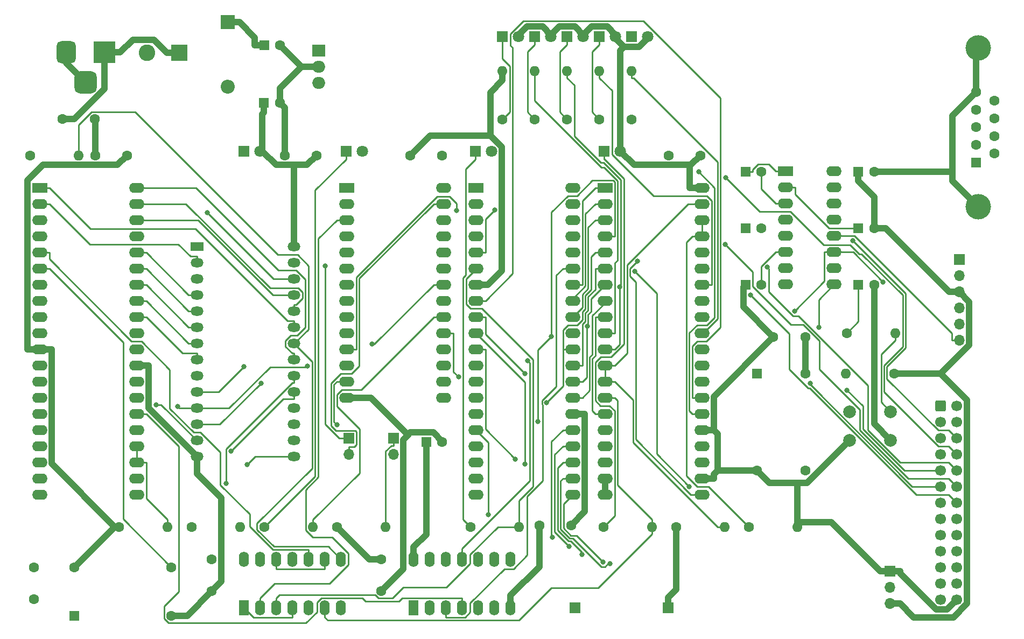
<source format=gbr>
%TF.GenerationSoftware,KiCad,Pcbnew,(6.0.11)*%
%TF.CreationDate,2024-01-26T22:10:07-05:00*%
%TF.ProjectId,FirstZ80,46697273-745a-4383-902e-6b696361645f,rev?*%
%TF.SameCoordinates,Original*%
%TF.FileFunction,Copper,L2,Bot*%
%TF.FilePolarity,Positive*%
%FSLAX46Y46*%
G04 Gerber Fmt 4.6, Leading zero omitted, Abs format (unit mm)*
G04 Created by KiCad (PCBNEW (6.0.11)) date 2024-01-26 22:10:07*
%MOMM*%
%LPD*%
G01*
G04 APERTURE LIST*
G04 Aperture macros list*
%AMRoundRect*
0 Rectangle with rounded corners*
0 $1 Rounding radius*
0 $2 $3 $4 $5 $6 $7 $8 $9 X,Y pos of 4 corners*
0 Add a 4 corners polygon primitive as box body*
4,1,4,$2,$3,$4,$5,$6,$7,$8,$9,$2,$3,0*
0 Add four circle primitives for the rounded corners*
1,1,$1+$1,$2,$3*
1,1,$1+$1,$4,$5*
1,1,$1+$1,$6,$7*
1,1,$1+$1,$8,$9*
0 Add four rect primitives between the rounded corners*
20,1,$1+$1,$2,$3,$4,$5,0*
20,1,$1+$1,$4,$5,$6,$7,0*
20,1,$1+$1,$6,$7,$8,$9,0*
20,1,$1+$1,$8,$9,$2,$3,0*%
G04 Aperture macros list end*
%TA.AperFunction,ComponentPad*%
%ADD10R,1.600000X2.400000*%
%TD*%
%TA.AperFunction,ComponentPad*%
%ADD11O,1.600000X2.400000*%
%TD*%
%TA.AperFunction,ComponentPad*%
%ADD12R,1.700000X1.700000*%
%TD*%
%TA.AperFunction,ComponentPad*%
%ADD13R,1.600000X1.600000*%
%TD*%
%TA.AperFunction,ComponentPad*%
%ADD14C,1.600000*%
%TD*%
%TA.AperFunction,ComponentPad*%
%ADD15R,3.500000X3.500000*%
%TD*%
%TA.AperFunction,ComponentPad*%
%ADD16RoundRect,0.750000X-0.750000X-1.000000X0.750000X-1.000000X0.750000X1.000000X-0.750000X1.000000X0*%
%TD*%
%TA.AperFunction,ComponentPad*%
%ADD17RoundRect,0.875000X-0.875000X-0.875000X0.875000X-0.875000X0.875000X0.875000X-0.875000X0.875000X0*%
%TD*%
%TA.AperFunction,ComponentPad*%
%ADD18R,1.800000X1.800000*%
%TD*%
%TA.AperFunction,ComponentPad*%
%ADD19C,1.800000*%
%TD*%
%TA.AperFunction,ComponentPad*%
%ADD20O,1.700000X1.700000*%
%TD*%
%TA.AperFunction,ComponentPad*%
%ADD21O,1.600000X1.600000*%
%TD*%
%TA.AperFunction,ComponentPad*%
%ADD22R,2.400000X1.600000*%
%TD*%
%TA.AperFunction,ComponentPad*%
%ADD23O,2.400000X1.600000*%
%TD*%
%TA.AperFunction,ComponentPad*%
%ADD24RoundRect,0.250000X-0.600000X-0.600000X0.600000X-0.600000X0.600000X0.600000X-0.600000X0.600000X0*%
%TD*%
%TA.AperFunction,ComponentPad*%
%ADD25C,1.700000*%
%TD*%
%TA.AperFunction,ComponentPad*%
%ADD26C,2.000000*%
%TD*%
%TA.AperFunction,ComponentPad*%
%ADD27C,4.000000*%
%TD*%
%TA.AperFunction,ComponentPad*%
%ADD28R,2.200000X2.200000*%
%TD*%
%TA.AperFunction,ComponentPad*%
%ADD29O,2.200000X2.200000*%
%TD*%
%TA.AperFunction,ComponentPad*%
%ADD30R,2.600000X2.600000*%
%TD*%
%TA.AperFunction,ComponentPad*%
%ADD31C,2.600000*%
%TD*%
%TA.AperFunction,ComponentPad*%
%ADD32R,2.000000X1.440000*%
%TD*%
%TA.AperFunction,ComponentPad*%
%ADD33O,2.000000X1.440000*%
%TD*%
%TA.AperFunction,ComponentPad*%
%ADD34R,2.000000X1.905000*%
%TD*%
%TA.AperFunction,ComponentPad*%
%ADD35O,2.000000X1.905000*%
%TD*%
%TA.AperFunction,ViaPad*%
%ADD36C,0.800000*%
%TD*%
%TA.AperFunction,Conductor*%
%ADD37C,0.250000*%
%TD*%
%TA.AperFunction,Conductor*%
%ADD38C,1.000000*%
%TD*%
G04 APERTURE END LIST*
D10*
%TO.P,U3,1*%
%TO.N,/~{IORQ}*%
X96515000Y-153660000D03*
D11*
%TO.P,U3,2*%
%TO.N,/A07*%
X99055000Y-153660000D03*
%TO.P,U3,3*%
%TO.N,/~{CS-PPI}*%
X101595000Y-153660000D03*
%TO.P,U3,4*%
%TO.N,/~{IORQ}*%
X104135000Y-153660000D03*
%TO.P,U3,5*%
%TO.N,Net-(U1-Pad6)*%
X106675000Y-153660000D03*
%TO.P,U3,6*%
%TO.N,/~{CS-UART}*%
X109215000Y-153660000D03*
%TO.P,U3,7,GND*%
%TO.N,GND*%
X111755000Y-153660000D03*
%TO.P,U3,8*%
%TO.N,/~{CS-ROM}*%
X111755000Y-146040000D03*
%TO.P,U3,9*%
%TO.N,/~{MREQ}*%
X109215000Y-146040000D03*
%TO.P,U3,10*%
%TO.N,/A15*%
X106675000Y-146040000D03*
%TO.P,U3,11*%
%TO.N,/~{CS-RAM}*%
X104135000Y-146040000D03*
%TO.P,U3,12*%
%TO.N,/~{MREQ}*%
X101595000Y-146040000D03*
%TO.P,U3,13*%
%TO.N,Net-(U1-Pad8)*%
X99055000Y-146040000D03*
%TO.P,U3,14,VCC*%
%TO.N,VCC*%
X96515000Y-146040000D03*
%TD*%
D12*
%TO.P,TP1,1,1*%
%TO.N,VCC*%
X163195000Y-153670000D03*
%TD*%
D13*
%TO.P,C3,1*%
%TO.N,Net-(C3-Pad1)*%
X175369800Y-93980000D03*
D14*
%TO.P,C3,2*%
%TO.N,Net-(C3-Pad2)*%
X177869800Y-93980000D03*
%TD*%
D15*
%TO.P,J1,1*%
%TO.N,/9VDC*%
X74580000Y-66352500D03*
D16*
%TO.P,J1,2*%
%TO.N,GND*%
X68580000Y-66352500D03*
D17*
%TO.P,J1,MP,MountPin*%
X71580000Y-71052500D03*
%TD*%
D18*
%TO.P,D1,1,K*%
%TO.N,Net-(D1-Pad1)*%
X137160000Y-63890000D03*
D19*
%TO.P,D1,2,A*%
%TO.N,VCC*%
X139700000Y-63890000D03*
%TD*%
D12*
%TO.P,JP2,1,Pin_1*%
%TO.N,Net-(JP2-Pad1)*%
X120015000Y-126995000D03*
D20*
%TO.P,JP2,2,Pin_2*%
%TO.N,Net-(JP2-Pad2)*%
X120015000Y-129535000D03*
%TD*%
D14*
%TO.P,C11,1*%
%TO.N,VCC*%
X91440000Y-146050000D03*
%TO.P,C11,2*%
%TO.N,GND*%
X91440000Y-151050000D03*
%TD*%
D10*
%TO.P,U1,1*%
%TO.N,Net-(C1-Pad1)*%
X123190000Y-153660000D03*
D11*
%TO.P,U1,2*%
%TO.N,/RESET*%
X125730000Y-153660000D03*
%TO.P,U1,3*%
X128270000Y-153660000D03*
%TO.P,U1,4*%
%TO.N,/~{RESET}*%
X130810000Y-153660000D03*
%TO.P,U1,5*%
%TO.N,/A07*%
X133350000Y-153660000D03*
%TO.P,U1,6*%
%TO.N,Net-(U1-Pad6)*%
X135890000Y-153660000D03*
%TO.P,U1,7,GND*%
%TO.N,GND*%
X138430000Y-153660000D03*
%TO.P,U1,8*%
%TO.N,Net-(U1-Pad8)*%
X138430000Y-146040000D03*
%TO.P,U1,9*%
%TO.N,/A15*%
X135890000Y-146040000D03*
%TO.P,U1,10*%
%TO.N,Net-(JP2-Pad2)*%
X133350000Y-146040000D03*
%TO.P,U1,11*%
%TO.N,Net-(U1-Pad11)*%
X130810000Y-146040000D03*
%TO.P,U1,12*%
%TO.N,unconnected-(U1-Pad12)*%
X128270000Y-146040000D03*
%TO.P,U1,13*%
%TO.N,unconnected-(U1-Pad13)*%
X125730000Y-146040000D03*
%TO.P,U1,14,VCC*%
%TO.N,VCC*%
X123190000Y-146040000D03*
%TD*%
D14*
%TO.P,C18,1*%
%TO.N,VCC*%
X184745000Y-111125000D03*
%TO.P,C18,2*%
%TO.N,GND*%
X179745000Y-111125000D03*
%TD*%
%TO.P,C9,1*%
%TO.N,VCC*%
X168275000Y-82550000D03*
%TO.P,C9,2*%
%TO.N,GND*%
X163275000Y-82550000D03*
%TD*%
%TO.P,R8,1*%
%TO.N,Net-(D3-Pad1)*%
X147320000Y-76870000D03*
D21*
%TO.P,R8,2*%
%TO.N,/TX-TTL*%
X147320000Y-69250000D03*
%TD*%
D13*
%TO.P,C1,1*%
%TO.N,Net-(C1-Pad1)*%
X193104900Y-102870000D03*
D14*
%TO.P,C1,2*%
%TO.N,GND*%
X195604900Y-102870000D03*
%TD*%
%TO.P,R15,1*%
%TO.N,VCC*%
X111150000Y-140970000D03*
D21*
%TO.P,R15,2*%
%TO.N,Net-(JP2-Pad1)*%
X118770000Y-140970000D03*
%TD*%
D22*
%TO.P,U2,1,A11*%
%TO.N,/A11*%
X64360000Y-87635000D03*
D23*
%TO.P,U2,2,A12*%
%TO.N,/A12*%
X64360000Y-90175000D03*
%TO.P,U2,3,A13*%
%TO.N,/A13*%
X64360000Y-92715000D03*
%TO.P,U2,4,A14*%
%TO.N,/A14*%
X64360000Y-95255000D03*
%TO.P,U2,5,A15*%
%TO.N,/A15*%
X64360000Y-97795000D03*
%TO.P,U2,6,~{CLK}*%
%TO.N,/CLK-CPU*%
X64360000Y-100335000D03*
%TO.P,U2,7,D4*%
%TO.N,/D04*%
X64360000Y-102875000D03*
%TO.P,U2,8,D3*%
%TO.N,/D03*%
X64360000Y-105415000D03*
%TO.P,U2,9,D5*%
%TO.N,/D05*%
X64360000Y-107955000D03*
%TO.P,U2,10,D6*%
%TO.N,/D06*%
X64360000Y-110495000D03*
%TO.P,U2,11,VCC*%
%TO.N,VCC*%
X64360000Y-113035000D03*
%TO.P,U2,12,D2*%
%TO.N,/D02*%
X64360000Y-115575000D03*
%TO.P,U2,13,D7*%
%TO.N,/D07*%
X64360000Y-118115000D03*
%TO.P,U2,14,D0*%
%TO.N,/D00*%
X64360000Y-120655000D03*
%TO.P,U2,15,D1*%
%TO.N,/D01*%
X64360000Y-123195000D03*
%TO.P,U2,16,~{INT}*%
%TO.N,Net-(JP2-Pad1)*%
X64360000Y-125735000D03*
%TO.P,U2,17,~{NMI}*%
%TO.N,Net-(R1-Pad2)*%
X64360000Y-128275000D03*
%TO.P,U2,18,~{HALT}*%
%TO.N,unconnected-(U2-Pad18)*%
X64360000Y-130815000D03*
%TO.P,U2,19,~{MREQ}*%
%TO.N,/~{MREQ}*%
X64360000Y-133355000D03*
%TO.P,U2,20,~{IORQ}*%
%TO.N,/~{IORQ}*%
X64360000Y-135895000D03*
%TO.P,U2,21,~{RD}*%
%TO.N,/~{RD}*%
X79600000Y-135895000D03*
%TO.P,U2,22,~{WR}*%
%TO.N,/~{WR}*%
X79600000Y-133355000D03*
%TO.P,U2,23,~{BUSACK}*%
%TO.N,Net-(R1-Pad2)*%
X79600000Y-130815000D03*
%TO.P,U2,24,~{WAIT}*%
X79600000Y-128275000D03*
%TO.P,U2,25,~{BUSRQ}*%
%TO.N,unconnected-(U2-Pad25)*%
X79600000Y-125735000D03*
%TO.P,U2,26,~{RESET}*%
%TO.N,/~{RESET}*%
X79600000Y-123195000D03*
%TO.P,U2,27,~{M1}*%
%TO.N,unconnected-(U2-Pad27)*%
X79600000Y-120655000D03*
%TO.P,U2,28,~{RFSH}*%
%TO.N,unconnected-(U2-Pad28)*%
X79600000Y-118115000D03*
%TO.P,U2,29,GND*%
%TO.N,GND*%
X79600000Y-115575000D03*
%TO.P,U2,30,A0*%
%TO.N,/A00*%
X79600000Y-113035000D03*
%TO.P,U2,31,A1*%
%TO.N,/A01*%
X79600000Y-110495000D03*
%TO.P,U2,32,A2*%
%TO.N,/A02*%
X79600000Y-107955000D03*
%TO.P,U2,33,A3*%
%TO.N,/A03*%
X79600000Y-105415000D03*
%TO.P,U2,34,A4*%
%TO.N,/A04*%
X79600000Y-102875000D03*
%TO.P,U2,35,A5*%
%TO.N,/A05*%
X79600000Y-100335000D03*
%TO.P,U2,36,A6*%
%TO.N,/A06*%
X79600000Y-97795000D03*
%TO.P,U2,37,A7*%
%TO.N,/A07*%
X79600000Y-95255000D03*
%TO.P,U2,38,A8*%
%TO.N,/A08*%
X79600000Y-92715000D03*
%TO.P,U2,39,A9*%
%TO.N,/A09*%
X79600000Y-90175000D03*
%TO.P,U2,40,A10*%
%TO.N,/A10*%
X79600000Y-87635000D03*
%TD*%
D14*
%TO.P,C19,1*%
%TO.N,VCC*%
X63500000Y-147360000D03*
%TO.P,C19,2*%
%TO.N,GND*%
X63500000Y-152360000D03*
%TD*%
D18*
%TO.P,D8,1,K*%
%TO.N,Net-(D8-Pad1)*%
X152400000Y-63890000D03*
D19*
%TO.P,D8,2,A*%
%TO.N,VCC*%
X154940000Y-63890000D03*
%TD*%
D13*
%TO.P,C6,1*%
%TO.N,VCC*%
X193113900Y-85090000D03*
D14*
%TO.P,C6,2*%
%TO.N,GND*%
X195613900Y-85090000D03*
%TD*%
D22*
%TO.P,U8,1,C1+*%
%TO.N,Net-(C2-Pad1)*%
X181695000Y-85060000D03*
D23*
%TO.P,U8,2,VS+*%
%TO.N,Net-(C5-Pad1)*%
X181695000Y-87600000D03*
%TO.P,U8,3,C1-*%
%TO.N,Net-(C2-Pad2)*%
X181695000Y-90140000D03*
%TO.P,U8,4,C2+*%
%TO.N,Net-(C3-Pad1)*%
X181695000Y-92680000D03*
%TO.P,U8,5,C2-*%
%TO.N,Net-(C3-Pad2)*%
X181695000Y-95220000D03*
%TO.P,U8,6,VS-*%
%TO.N,Net-(C4-Pad2)*%
X181695000Y-97760000D03*
%TO.P,U8,7,T2OUT*%
%TO.N,/TX*%
X181695000Y-100300000D03*
%TO.P,U8,8,R2IN*%
%TO.N,/RX*%
X181695000Y-102840000D03*
%TO.P,U8,9,R2OUT*%
%TO.N,/RX-TTL*%
X189315000Y-102840000D03*
%TO.P,U8,10,T2IN*%
%TO.N,/TX-TTL*%
X189315000Y-100300000D03*
%TO.P,U8,11,T1IN*%
%TO.N,/~{RTS-TTL}*%
X189315000Y-97760000D03*
%TO.P,U8,12,R1OUT*%
%TO.N,/~{CTS-TTL}*%
X189315000Y-95220000D03*
%TO.P,U8,13,R1IN*%
%TO.N,/~{CTS}*%
X189315000Y-92680000D03*
%TO.P,U8,14,T1OUT*%
%TO.N,/~{RTS}*%
X189315000Y-90140000D03*
%TO.P,U8,15,GND*%
%TO.N,GND*%
X189315000Y-87600000D03*
%TO.P,U8,16,VCC*%
%TO.N,VCC*%
X189315000Y-85060000D03*
%TD*%
D14*
%TO.P,R1,1*%
%TO.N,VCC*%
X76860000Y-140970000D03*
D21*
%TO.P,R1,2*%
%TO.N,Net-(R1-Pad2)*%
X84480000Y-140970000D03*
%TD*%
D14*
%TO.P,R2,1*%
%TO.N,VCC*%
X198755000Y-116840000D03*
D21*
%TO.P,R2,2*%
%TO.N,Net-(C1-Pad1)*%
X191135000Y-116840000D03*
%TD*%
D14*
%TO.P,C8,1*%
%TO.N,VCC*%
X127635000Y-82550000D03*
%TO.P,C8,2*%
%TO.N,GND*%
X122635000Y-82550000D03*
%TD*%
%TO.P,R7,1*%
%TO.N,Net-(D2-Pad1)*%
X142240000Y-76870000D03*
D21*
%TO.P,R7,2*%
%TO.N,/RX-TTL*%
X142240000Y-69250000D03*
%TD*%
D22*
%TO.P,U7,1,D0*%
%TO.N,/D00*%
X153260000Y-87635000D03*
D23*
%TO.P,U7,2,D1*%
%TO.N,/D01*%
X153260000Y-90175000D03*
%TO.P,U7,3,D2*%
%TO.N,/D02*%
X153260000Y-92715000D03*
%TO.P,U7,4,D3*%
%TO.N,/D03*%
X153260000Y-95255000D03*
%TO.P,U7,5,D4*%
%TO.N,/D04*%
X153260000Y-97795000D03*
%TO.P,U7,6,D5*%
%TO.N,/D05*%
X153260000Y-100335000D03*
%TO.P,U7,7,D6*%
%TO.N,/D06*%
X153260000Y-102875000D03*
%TO.P,U7,8,D7*%
%TO.N,/D07*%
X153260000Y-105415000D03*
%TO.P,U7,9,RCLK*%
%TO.N,Net-(U7-Pad15)*%
X153260000Y-107955000D03*
%TO.P,U7,10,SIN*%
%TO.N,/RX-TTL*%
X153260000Y-110495000D03*
%TO.P,U7,11,SOUT*%
%TO.N,/TX-TTL*%
X153260000Y-113035000D03*
%TO.P,U7,12,CS0*%
%TO.N,Net-(R3-Pad2)*%
X153260000Y-115575000D03*
%TO.P,U7,13,CS1*%
X153260000Y-118115000D03*
%TO.P,U7,14,~{CS2}*%
%TO.N,/~{CS-UART}*%
X153260000Y-120655000D03*
%TO.P,U7,15,~{BAUDOUT}*%
%TO.N,Net-(U7-Pad15)*%
X153260000Y-123195000D03*
%TO.P,U7,16,XIN*%
%TO.N,/CLK-UART*%
X153260000Y-125735000D03*
%TO.P,U7,17,XOUT*%
%TO.N,unconnected-(U7-Pad17)*%
X153260000Y-128275000D03*
%TO.P,U7,18,~{WR}*%
%TO.N,/~{WR}*%
X153260000Y-130815000D03*
%TO.P,U7,19,WR*%
%TO.N,GND*%
X153260000Y-133355000D03*
%TO.P,U7,20,GND*%
X153260000Y-135895000D03*
%TO.P,U7,21,~{RD}*%
%TO.N,/~{RD}*%
X168500000Y-135895000D03*
%TO.P,U7,22,RD*%
%TO.N,GND*%
X168500000Y-133355000D03*
%TO.P,U7,23,DDIS*%
%TO.N,unconnected-(U7-Pad23)*%
X168500000Y-130815000D03*
%TO.P,U7,24,~{TXRDY}*%
%TO.N,unconnected-(U7-Pad24)*%
X168500000Y-128275000D03*
%TO.P,U7,25,~{ADS}*%
%TO.N,GND*%
X168500000Y-125735000D03*
%TO.P,U7,26,A2*%
%TO.N,/A02*%
X168500000Y-123195000D03*
%TO.P,U7,27,A1*%
%TO.N,/A01*%
X168500000Y-120655000D03*
%TO.P,U7,28,A0*%
%TO.N,/A00*%
X168500000Y-118115000D03*
%TO.P,U7,29,~{RXRDY}*%
%TO.N,unconnected-(U7-Pad29)*%
X168500000Y-115575000D03*
%TO.P,U7,30,INTR*%
%TO.N,Net-(U1-Pad11)*%
X168500000Y-113035000D03*
%TO.P,U7,31,~{OUT2}*%
%TO.N,/~{OUT2}*%
X168500000Y-110495000D03*
%TO.P,U7,32,~{RTS}*%
%TO.N,/~{RTS-TTL}*%
X168500000Y-107955000D03*
%TO.P,U7,33,~{DTR}*%
%TO.N,unconnected-(U7-Pad33)*%
X168500000Y-105415000D03*
%TO.P,U7,34,~{OUT1}*%
%TO.N,/~{OUT1}*%
X168500000Y-102875000D03*
%TO.P,U7,35,MR*%
%TO.N,/RESET*%
X168500000Y-100335000D03*
%TO.P,U7,36,~{CTS}*%
%TO.N,/~{CTS-TTL}*%
X168500000Y-97795000D03*
%TO.P,U7,37,~{DSR}*%
%TO.N,Net-(R5-Pad1)*%
X168500000Y-95255000D03*
%TO.P,U7,38,~{DCD}*%
X168500000Y-92715000D03*
%TO.P,U7,39,~{RI}*%
%TO.N,Net-(R3-Pad2)*%
X168500000Y-90175000D03*
%TO.P,U7,40,VCC*%
%TO.N,VCC*%
X168500000Y-87635000D03*
%TD*%
D14*
%TO.P,R3,1*%
%TO.N,VCC*%
X164465000Y-140970000D03*
D21*
%TO.P,R3,2*%
%TO.N,Net-(R3-Pad2)*%
X172085000Y-140970000D03*
%TD*%
D13*
%TO.P,C5,1*%
%TO.N,Net-(C5-Pad1)*%
X193104900Y-93980000D03*
D14*
%TO.P,C5,2*%
%TO.N,VCC*%
X195604900Y-93980000D03*
%TD*%
%TO.P,R9,1*%
%TO.N,Net-(D4-Pad1)*%
X132130000Y-140970000D03*
D21*
%TO.P,R9,2*%
%TO.N,/~{CS-PPI}*%
X139750000Y-140970000D03*
%TD*%
D12*
%TO.P,JP3,1,Pin_1*%
%TO.N,GND*%
X198120000Y-147955000D03*
D20*
%TO.P,JP3,2,Pin_2*%
%TO.N,/VCC_PP*%
X198120000Y-150495000D03*
%TO.P,JP3,3,Pin_3*%
%TO.N,VCC*%
X198120000Y-153035000D03*
%TD*%
D24*
%TO.P,P1,1,Pin_1*%
%TO.N,/PC0*%
X206055000Y-121920000D03*
D25*
%TO.P,P1,2,Pin_2*%
%TO.N,/PA0*%
X208595000Y-121920000D03*
%TO.P,P1,3,Pin_3*%
%TO.N,/PC1*%
X206055000Y-124460000D03*
%TO.P,P1,4,Pin_4*%
%TO.N,/PA1*%
X208595000Y-124460000D03*
%TO.P,P1,5,Pin_5*%
%TO.N,/PC2*%
X206055000Y-127000000D03*
%TO.P,P1,6,Pin_6*%
%TO.N,/PA2*%
X208595000Y-127000000D03*
%TO.P,P1,7,Pin_7*%
%TO.N,/PC3*%
X206055000Y-129540000D03*
%TO.P,P1,8,Pin_8*%
%TO.N,/PA3*%
X208595000Y-129540000D03*
%TO.P,P1,9,Pin_9*%
%TO.N,/PC4*%
X206055000Y-132080000D03*
%TO.P,P1,10,Pin_10*%
%TO.N,/PA4*%
X208595000Y-132080000D03*
%TO.P,P1,11,Pin_11*%
%TO.N,/PC5*%
X206055000Y-134620000D03*
%TO.P,P1,12,Pin_12*%
%TO.N,/PA5*%
X208595000Y-134620000D03*
%TO.P,P1,13,Pin_13*%
%TO.N,/PC6*%
X206055000Y-137160000D03*
%TO.P,P1,14,Pin_14*%
%TO.N,/PA6*%
X208595000Y-137160000D03*
%TO.P,P1,15,Pin_15*%
%TO.N,/PC7*%
X206055000Y-139700000D03*
%TO.P,P1,16,Pin_16*%
%TO.N,/PA7*%
X208595000Y-139700000D03*
%TO.P,P1,17,Pin_17*%
%TO.N,/PB7*%
X206055000Y-142240000D03*
%TO.P,P1,18,Pin_18*%
%TO.N,/PB0*%
X208595000Y-142240000D03*
%TO.P,P1,19,Pin_19*%
%TO.N,/PB6*%
X206055000Y-144780000D03*
%TO.P,P1,20,Pin_20*%
%TO.N,/PB1*%
X208595000Y-144780000D03*
%TO.P,P1,21,Pin_21*%
%TO.N,/PB5*%
X206055000Y-147320000D03*
%TO.P,P1,22,Pin_22*%
%TO.N,/PB2*%
X208595000Y-147320000D03*
%TO.P,P1,23,Pin_23*%
%TO.N,/PB4*%
X206055000Y-149860000D03*
%TO.P,P1,24,Pin_24*%
%TO.N,/PB3*%
X208595000Y-149860000D03*
%TO.P,P1,25,Pin_25*%
%TO.N,/VCC_PP*%
X206055000Y-152400000D03*
%TO.P,P1,26,Pin_26*%
%TO.N,GND*%
X208595000Y-152400000D03*
%TD*%
D14*
%TO.P,C12,1*%
%TO.N,VCC*%
X78105000Y-82550000D03*
%TO.P,C12,2*%
%TO.N,GND*%
X73105000Y-82550000D03*
%TD*%
D26*
%TO.P,SW1,1,1*%
%TO.N,Net-(R4-Pad2)*%
X191695000Y-122845000D03*
X198195000Y-122845000D03*
%TO.P,SW1,2,2*%
%TO.N,GND*%
X191695000Y-127345000D03*
X198195000Y-127345000D03*
%TD*%
D14*
%TO.P,C13,1*%
%TO.N,VCC*%
X107910000Y-82550000D03*
%TO.P,C13,2*%
%TO.N,GND*%
X102910000Y-82550000D03*
%TD*%
D18*
%TO.P,D3,1,K*%
%TO.N,Net-(D3-Pad1)*%
X147320000Y-63890000D03*
D19*
%TO.P,D3,2,A*%
%TO.N,VCC*%
X149860000Y-63890000D03*
%TD*%
D13*
%TO.P,C16,1*%
%TO.N,VCC*%
X99642000Y-74262500D03*
D14*
%TO.P,C16,2*%
%TO.N,GND*%
X102142000Y-74262500D03*
%TD*%
D18*
%TO.P,D7,1,K*%
%TO.N,Net-(D7-Pad1)*%
X153150000Y-81915000D03*
D19*
%TO.P,D7,2,A*%
%TO.N,VCC*%
X155690000Y-81915000D03*
%TD*%
D14*
%TO.P,R14,1*%
%TO.N,Net-(D9-Pad1)*%
X157480000Y-76870000D03*
D21*
%TO.P,R14,2*%
%TO.N,/~{OUT2}*%
X157480000Y-69250000D03*
%TD*%
D18*
%TO.P,D2,1,K*%
%TO.N,Net-(D2-Pad1)*%
X142240000Y-63890000D03*
D19*
%TO.P,D2,2,A*%
%TO.N,VCC*%
X144780000Y-63890000D03*
%TD*%
D14*
%TO.P,R13,1*%
%TO.N,Net-(D8-Pad1)*%
X152400000Y-76870000D03*
D21*
%TO.P,R13,2*%
%TO.N,/~{OUT1}*%
X152400000Y-69250000D03*
%TD*%
D14*
%TO.P,R10,1*%
%TO.N,Net-(D5-Pad1)*%
X99720000Y-140970000D03*
D21*
%TO.P,R10,2*%
%TO.N,/~{CS-RAM}*%
X107340000Y-140970000D03*
%TD*%
D14*
%TO.P,C14,1*%
%TO.N,/9VDC*%
X67985000Y-76835000D03*
%TO.P,C14,2*%
%TO.N,GND*%
X72985000Y-76835000D03*
%TD*%
D13*
%TO.P,X1,1,EN*%
%TO.N,unconnected-(X1-Pad1)*%
X69850000Y-154940000D03*
D14*
%TO.P,X1,7,GND*%
%TO.N,GND*%
X85090000Y-154940000D03*
%TO.P,X1,8,OUT*%
%TO.N,/CLK-CPU*%
X85090000Y-147320000D03*
%TO.P,X1,14,Vcc*%
%TO.N,VCC*%
X69850000Y-147320000D03*
%TD*%
D18*
%TO.P,D4,1,K*%
%TO.N,Net-(D4-Pad1)*%
X132900000Y-81915000D03*
D19*
%TO.P,D4,2,A*%
%TO.N,VCC*%
X135440000Y-81915000D03*
%TD*%
D12*
%TO.P,J2,1,Pin_1*%
%TO.N,GND*%
X208985000Y-98935000D03*
D20*
%TO.P,J2,2,Pin_2*%
%TO.N,/~{RTS-TTL}*%
X208985000Y-101475000D03*
%TO.P,J2,3,Pin_3*%
%TO.N,VCC*%
X208985000Y-104015000D03*
%TO.P,J2,4,Pin_4*%
%TO.N,/RX-TTL*%
X208985000Y-106555000D03*
%TO.P,J2,5,Pin_5*%
%TO.N,/TX-TTL*%
X208985000Y-109095000D03*
%TO.P,J2,6,Pin_6*%
%TO.N,/~{CTS-TTL}*%
X208985000Y-111635000D03*
%TD*%
D14*
%TO.P,R4,1*%
%TO.N,Net-(C1-Pad1)*%
X191285000Y-110510000D03*
D21*
%TO.P,R4,2*%
%TO.N,Net-(R4-Pad2)*%
X198905000Y-110510000D03*
%TD*%
D14*
%TO.P,R6,1*%
%TO.N,Net-(D1-Pad1)*%
X137160000Y-76870000D03*
D21*
%TO.P,R6,2*%
%TO.N,GND*%
X137160000Y-69250000D03*
%TD*%
D18*
%TO.P,D6,1,K*%
%TO.N,Net-(D6-Pad1)*%
X96510000Y-81915000D03*
D19*
%TO.P,D6,2,A*%
%TO.N,VCC*%
X99050000Y-81915000D03*
%TD*%
D14*
%TO.P,R16,1*%
%TO.N,VCC*%
X88290000Y-140970000D03*
D21*
%TO.P,R16,2*%
%TO.N,Net-(JP1-Pad1)*%
X95910000Y-140970000D03*
%TD*%
D14*
%TO.P,R11,1*%
%TO.N,Net-(D6-Pad1)*%
X62865000Y-82550000D03*
D21*
%TO.P,R11,2*%
%TO.N,/~{CS-ROM}*%
X70485000Y-82550000D03*
%TD*%
D13*
%TO.P,C17,1*%
%TO.N,VCC*%
X125159900Y-127635000D03*
D14*
%TO.P,C17,2*%
%TO.N,GND*%
X127659900Y-127635000D03*
%TD*%
D27*
%TO.P,J3,0,PAD*%
%TO.N,GND*%
X211964700Y-90615000D03*
X211964700Y-65615000D03*
D13*
%TO.P,J3,1,1*%
%TO.N,unconnected-(J3-Pad1)*%
X211664700Y-83655000D03*
D14*
%TO.P,J3,2,2*%
%TO.N,/RX*%
X211664700Y-80885000D03*
%TO.P,J3,3,3*%
%TO.N,/TX*%
X211664700Y-78115000D03*
%TO.P,J3,4,4*%
%TO.N,unconnected-(J3-Pad4)*%
X211664700Y-75345000D03*
%TO.P,J3,5,5*%
%TO.N,GND*%
X211664700Y-72575000D03*
%TO.P,J3,6,6*%
%TO.N,unconnected-(J3-Pad6)*%
X214504700Y-82270000D03*
%TO.P,J3,7,7*%
%TO.N,/~{RTS}*%
X214504700Y-79500000D03*
%TO.P,J3,8,8*%
%TO.N,/~{CTS}*%
X214504700Y-76730000D03*
%TO.P,J3,9,9*%
%TO.N,unconnected-(J3-Pad9)*%
X214504700Y-73960000D03*
%TD*%
D22*
%TO.P,U4,1,A14*%
%TO.N,/A14*%
X112620000Y-87640000D03*
D23*
%TO.P,U4,2,A12*%
%TO.N,/A12*%
X112620000Y-90180000D03*
%TO.P,U4,3,A7*%
%TO.N,/A07*%
X112620000Y-92720000D03*
%TO.P,U4,4,A6*%
%TO.N,/A06*%
X112620000Y-95260000D03*
%TO.P,U4,5,A5*%
%TO.N,/A05*%
X112620000Y-97800000D03*
%TO.P,U4,6,A4*%
%TO.N,/A04*%
X112620000Y-100340000D03*
%TO.P,U4,7,A3*%
%TO.N,/A03*%
X112620000Y-102880000D03*
%TO.P,U4,8,A2*%
%TO.N,/A02*%
X112620000Y-105420000D03*
%TO.P,U4,9,A1*%
%TO.N,/A01*%
X112620000Y-107960000D03*
%TO.P,U4,10,A0*%
%TO.N,/A00*%
X112620000Y-110500000D03*
%TO.P,U4,11,Q0*%
%TO.N,/D00*%
X112620000Y-113040000D03*
%TO.P,U4,12,Q1*%
%TO.N,/D01*%
X112620000Y-115580000D03*
%TO.P,U4,13,Q2*%
%TO.N,/D02*%
X112620000Y-118120000D03*
%TO.P,U4,14,GND*%
%TO.N,GND*%
X112620000Y-120660000D03*
%TO.P,U4,15,Q3*%
%TO.N,/D03*%
X127860000Y-120660000D03*
%TO.P,U4,16,Q4*%
%TO.N,/D04*%
X127860000Y-118120000D03*
%TO.P,U4,17,Q5*%
%TO.N,/D05*%
X127860000Y-115580000D03*
%TO.P,U4,18,Q6*%
%TO.N,/D06*%
X127860000Y-113040000D03*
%TO.P,U4,19,Q7*%
%TO.N,/D07*%
X127860000Y-110500000D03*
%TO.P,U4,20,~{CS}*%
%TO.N,/~{CS-RAM}*%
X127860000Y-107960000D03*
%TO.P,U4,21,A10*%
%TO.N,/A10*%
X127860000Y-105420000D03*
%TO.P,U4,22,~{OE}*%
%TO.N,/~{RD}*%
X127860000Y-102880000D03*
%TO.P,U4,23,A11*%
%TO.N,/A11*%
X127860000Y-100340000D03*
%TO.P,U4,24,A9*%
%TO.N,/A09*%
X127860000Y-97800000D03*
%TO.P,U4,25,A8*%
%TO.N,/A08*%
X127860000Y-95260000D03*
%TO.P,U4,26,A13*%
%TO.N,/A13*%
X127860000Y-92720000D03*
%TO.P,U4,27,~{WE}*%
%TO.N,/~{WR}*%
X127860000Y-90180000D03*
%TO.P,U4,28,VCC*%
%TO.N,VCC*%
X127860000Y-87640000D03*
%TD*%
D14*
%TO.P,R12,1*%
%TO.N,Net-(D7-Pad1)*%
X153035000Y-140970000D03*
D21*
%TO.P,R12,2*%
%TO.N,/~{CS-UART}*%
X160655000Y-140970000D03*
%TD*%
D14*
%TO.P,C7,1*%
%TO.N,VCC*%
X147925000Y-140725000D03*
%TO.P,C7,2*%
%TO.N,GND*%
X142925000Y-140725000D03*
%TD*%
D13*
%TO.P,X2,1,EN*%
%TO.N,unconnected-(X2-Pad1)*%
X177165000Y-116840000D03*
D14*
%TO.P,X2,7,GND*%
%TO.N,GND*%
X177165000Y-132080000D03*
%TO.P,X2,8,OUT*%
%TO.N,/CLK-UART*%
X184785000Y-132080000D03*
%TO.P,X2,14,Vcc*%
%TO.N,VCC*%
X184785000Y-116840000D03*
%TD*%
%TO.P,C10,1*%
%TO.N,VCC*%
X118110000Y-146050000D03*
%TO.P,C10,2*%
%TO.N,GND*%
X118110000Y-151050000D03*
%TD*%
D28*
%TO.P,D10,1,K*%
%TO.N,/VI*%
X93980000Y-61595000D03*
D29*
%TO.P,D10,2,A*%
%TO.N,/9VDC*%
X93980000Y-71755000D03*
%TD*%
D30*
%TO.P,J4,1,Pin_1*%
%TO.N,/9VDC*%
X86360000Y-66370000D03*
D31*
%TO.P,J4,2,Pin_2*%
%TO.N,GND*%
X81280000Y-66370000D03*
%TD*%
D22*
%TO.P,U5,1,PA3*%
%TO.N,/PA3*%
X132940000Y-87635000D03*
D23*
%TO.P,U5,2,PA2*%
%TO.N,/PA2*%
X132940000Y-90175000D03*
%TO.P,U5,3,PA1*%
%TO.N,/PA1*%
X132940000Y-92715000D03*
%TO.P,U5,4,PA0*%
%TO.N,/PA0*%
X132940000Y-95255000D03*
%TO.P,U5,5,~{RD}*%
%TO.N,/~{RD}*%
X132940000Y-97795000D03*
%TO.P,U5,6,~{CS}*%
%TO.N,/~{CS-PPI}*%
X132940000Y-100335000D03*
%TO.P,U5,7,GND*%
%TO.N,GND*%
X132940000Y-102875000D03*
%TO.P,U5,8,A1*%
%TO.N,/A01*%
X132940000Y-105415000D03*
%TO.P,U5,9,A0*%
%TO.N,/A00*%
X132940000Y-107955000D03*
%TO.P,U5,10,PC7*%
%TO.N,/PC7*%
X132940000Y-110495000D03*
%TO.P,U5,11,PC6*%
%TO.N,/PC6*%
X132940000Y-113035000D03*
%TO.P,U5,12,PC5*%
%TO.N,/PC5*%
X132940000Y-115575000D03*
%TO.P,U5,13,PC4*%
%TO.N,/PC4*%
X132940000Y-118115000D03*
%TO.P,U5,14,PC0*%
%TO.N,/PC0*%
X132940000Y-120655000D03*
%TO.P,U5,15,PC1*%
%TO.N,/PC1*%
X132940000Y-123195000D03*
%TO.P,U5,16,PC2*%
%TO.N,/PC2*%
X132940000Y-125735000D03*
%TO.P,U5,17,PC3*%
%TO.N,/PC3*%
X132940000Y-128275000D03*
%TO.P,U5,18,PB0*%
%TO.N,/PB0*%
X132940000Y-130815000D03*
%TO.P,U5,19,PB1*%
%TO.N,/PB1*%
X132940000Y-133355000D03*
%TO.P,U5,20,PB2*%
%TO.N,/PB2*%
X132940000Y-135895000D03*
%TO.P,U5,21,PB3*%
%TO.N,/PB3*%
X148180000Y-135895000D03*
%TO.P,U5,22,PB4*%
%TO.N,/PB4*%
X148180000Y-133355000D03*
%TO.P,U5,23,PB5*%
%TO.N,/PB5*%
X148180000Y-130815000D03*
%TO.P,U5,24,PB6*%
%TO.N,/PB6*%
X148180000Y-128275000D03*
%TO.P,U5,25,PB7*%
%TO.N,/PB7*%
X148180000Y-125735000D03*
%TO.P,U5,26,VCC*%
%TO.N,VCC*%
X148180000Y-123195000D03*
%TO.P,U5,27,D7*%
%TO.N,/D07*%
X148180000Y-120655000D03*
%TO.P,U5,28,D6*%
%TO.N,/D06*%
X148180000Y-118115000D03*
%TO.P,U5,29,D5*%
%TO.N,/D05*%
X148180000Y-115575000D03*
%TO.P,U5,30,D4*%
%TO.N,/D04*%
X148180000Y-113035000D03*
%TO.P,U5,31,D3*%
%TO.N,/D03*%
X148180000Y-110495000D03*
%TO.P,U5,32,D2*%
%TO.N,/D02*%
X148180000Y-107955000D03*
%TO.P,U5,33,D1*%
%TO.N,/D01*%
X148180000Y-105415000D03*
%TO.P,U5,34,D0*%
%TO.N,/D00*%
X148180000Y-102875000D03*
%TO.P,U5,35,RESET*%
%TO.N,/RESET*%
X148180000Y-100335000D03*
%TO.P,U5,36,~{WR}*%
%TO.N,/~{WR}*%
X148180000Y-97795000D03*
%TO.P,U5,37,PA7*%
%TO.N,/PA7*%
X148180000Y-95255000D03*
%TO.P,U5,38,PA6*%
%TO.N,/PA6*%
X148180000Y-92715000D03*
%TO.P,U5,39,PA5*%
%TO.N,/PA5*%
X148180000Y-90175000D03*
%TO.P,U5,40,PA4*%
%TO.N,/PA4*%
X148180000Y-87635000D03*
%TD*%
D13*
%TO.P,C4,1*%
%TO.N,GND*%
X175369800Y-102870000D03*
D14*
%TO.P,C4,2*%
%TO.N,Net-(C4-Pad2)*%
X177869800Y-102870000D03*
%TD*%
D18*
%TO.P,D9,1,K*%
%TO.N,Net-(D9-Pad1)*%
X157480000Y-63890000D03*
D19*
%TO.P,D9,2,A*%
%TO.N,VCC*%
X160020000Y-63890000D03*
%TD*%
D12*
%TO.P,JP1,1,Pin_1*%
%TO.N,Net-(JP1-Pad1)*%
X113030000Y-127015000D03*
D20*
%TO.P,JP1,2,Pin_2*%
%TO.N,/~{WR}*%
X113030000Y-129555000D03*
%TD*%
D12*
%TO.P,TP2,1,1*%
%TO.N,GND*%
X148590000Y-153670000D03*
%TD*%
D18*
%TO.P,D5,1,K*%
%TO.N,Net-(D5-Pad1)*%
X112540000Y-81915000D03*
D19*
%TO.P,D5,2,A*%
%TO.N,VCC*%
X115080000Y-81915000D03*
%TD*%
D32*
%TO.P,U6,1,A14*%
%TO.N,/A14*%
X89125000Y-96920000D03*
D33*
%TO.P,U6,2,A12*%
%TO.N,/A12*%
X89125000Y-99460000D03*
%TO.P,U6,3,A7*%
%TO.N,/A07*%
X89125000Y-102000000D03*
%TO.P,U6,4,A6*%
%TO.N,/A06*%
X89125000Y-104540000D03*
%TO.P,U6,5,A5*%
%TO.N,/A05*%
X89125000Y-107080000D03*
%TO.P,U6,6,A4*%
%TO.N,/A04*%
X89125000Y-109620000D03*
%TO.P,U6,7,A3*%
%TO.N,/A03*%
X89125000Y-112160000D03*
%TO.P,U6,8,A2*%
%TO.N,/A02*%
X89125000Y-114700000D03*
%TO.P,U6,9,A1*%
%TO.N,/A01*%
X89125000Y-117240000D03*
%TO.P,U6,10,A0*%
%TO.N,/A00*%
X89125000Y-119780000D03*
%TO.P,U6,11,D0*%
%TO.N,/D00*%
X89125000Y-122320000D03*
%TO.P,U6,12,D1*%
%TO.N,/D01*%
X89125000Y-124860000D03*
%TO.P,U6,13,D2*%
%TO.N,/D02*%
X89125000Y-127400000D03*
%TO.P,U6,14,GND*%
%TO.N,GND*%
X89125000Y-129940000D03*
%TO.P,U6,15,D3*%
%TO.N,/D03*%
X104365000Y-129940000D03*
%TO.P,U6,16,D4*%
%TO.N,/D04*%
X104365000Y-127400000D03*
%TO.P,U6,17,D5*%
%TO.N,/D05*%
X104365000Y-124860000D03*
%TO.P,U6,18,D6*%
%TO.N,/D06*%
X104365000Y-122320000D03*
%TO.P,U6,19,D7*%
%TO.N,/D07*%
X104365000Y-119780000D03*
%TO.P,U6,20,~{CS}*%
%TO.N,/~{RD}*%
X104365000Y-117240000D03*
%TO.P,U6,21,A10*%
%TO.N,/A10*%
X104365000Y-114700000D03*
%TO.P,U6,22,~{OE}*%
%TO.N,/~{CS-ROM}*%
X104365000Y-112160000D03*
%TO.P,U6,23,A11*%
%TO.N,/A11*%
X104365000Y-109620000D03*
%TO.P,U6,24,A9*%
%TO.N,/A09*%
X104365000Y-107080000D03*
%TO.P,U6,25,A8*%
%TO.N,/A08*%
X104365000Y-104540000D03*
%TO.P,U6,26,A13*%
%TO.N,/A13*%
X104365000Y-102000000D03*
%TO.P,U6,27,~{WE}*%
%TO.N,Net-(JP1-Pad1)*%
X104365000Y-99460000D03*
%TO.P,U6,28,VCC*%
%TO.N,VCC*%
X104365000Y-96920000D03*
%TD*%
D14*
%TO.P,R5,1*%
%TO.N,Net-(R5-Pad1)*%
X175895000Y-140970000D03*
D21*
%TO.P,R5,2*%
%TO.N,GND*%
X183515000Y-140970000D03*
%TD*%
D13*
%TO.P,C2,1*%
%TO.N,Net-(C2-Pad1)*%
X175369800Y-85090000D03*
D14*
%TO.P,C2,2*%
%TO.N,Net-(C2-Pad2)*%
X177869800Y-85090000D03*
%TD*%
D34*
%TO.P,U9,1,VI*%
%TO.N,/VI*%
X108245000Y-66040000D03*
D35*
%TO.P,U9,2,GND*%
%TO.N,GND*%
X108245000Y-68580000D03*
%TO.P,U9,3,VO*%
%TO.N,VCC*%
X108245000Y-71120000D03*
%TD*%
D13*
%TO.P,C15,1*%
%TO.N,/VI*%
X99676400Y-65202500D03*
D14*
%TO.P,C15,2*%
%TO.N,GND*%
X102176400Y-65202500D03*
%TD*%
D36*
%TO.N,Net-(JP1-Pad1)*%
X109251700Y-99903500D03*
%TO.N,Net-(U1-Pad11)*%
X141124100Y-114852400D03*
%TO.N,/A02*%
X168019400Y-85153400D03*
%TO.N,/A00*%
X96518500Y-115772100D03*
X140708800Y-116906200D03*
%TO.N,/~{RD}*%
X93655500Y-134100900D03*
X135947200Y-91093200D03*
X158371600Y-99186500D03*
X116615900Y-112239100D03*
%TO.N,/D01*%
X99188600Y-118371800D03*
%TO.N,/D00*%
X86035200Y-122069600D03*
X106479300Y-115671900D03*
X129936400Y-91175200D03*
%TO.N,/D07*%
X130224000Y-117408200D03*
X94423600Y-129031900D03*
%TO.N,/D02*%
X82672400Y-121752800D03*
X111101100Y-124927700D03*
%TO.N,/D06*%
X150493800Y-109389800D03*
%TO.N,/D03*%
X97020300Y-131195700D03*
X142705600Y-124367400D03*
X144814200Y-110989400D03*
%TO.N,/D04*%
X144088700Y-121395700D03*
%TO.N,/A13*%
X90747300Y-91586700D03*
%TO.N,/PB3*%
X152991700Y-146504100D03*
%TO.N,/PB4*%
X154077300Y-146779600D03*
%TO.N,/PB5*%
X149638600Y-145328500D03*
%TO.N,/PB6*%
X147613700Y-144013500D03*
%TO.N,/PB7*%
X144989200Y-142576300D03*
%TO.N,/PA7*%
X157908500Y-100736200D03*
X166531700Y-134611300D03*
%TO.N,/PC7*%
X140693200Y-131085200D03*
%TO.N,/PA6*%
X176120000Y-104529800D03*
%TO.N,/PC6*%
X139170600Y-130301800D03*
%TO.N,/PA5*%
X172152000Y-96525000D03*
%TO.N,/PC5*%
X185507100Y-118417700D03*
%TO.N,/PA4*%
X178783300Y-100104300D03*
%TO.N,/PC4*%
X191327600Y-119490500D03*
%TO.N,/PA3*%
X172227800Y-86025300D03*
%TO.N,/PA2*%
X192202500Y-95948100D03*
%TO.N,/PC2*%
X134937800Y-139016600D03*
%TO.N,/TX-TTL*%
X155552700Y-103227900D03*
%TO.N,/RX-TTL*%
X186863600Y-109604400D03*
%TO.N,/~{RTS-TTL}*%
X197007600Y-102465100D03*
X183079100Y-107016100D03*
%TD*%
D37*
%TO.N,Net-(R1-Pad2)*%
X79600000Y-128275000D02*
X79600000Y-130815000D01*
X81125300Y-136490000D02*
X84480000Y-139844700D01*
X81125300Y-130815000D02*
X81125300Y-136490000D01*
X79600000Y-130815000D02*
X81125300Y-130815000D01*
X84480000Y-140970000D02*
X84480000Y-139844700D01*
%TO.N,Net-(JP1-Pad1)*%
X111439400Y-127015000D02*
X113030000Y-127015000D01*
X109251700Y-124827300D02*
X111439400Y-127015000D01*
X109251700Y-99903500D02*
X109251700Y-124827300D01*
%TO.N,Net-(U1-Pad11)*%
X130810000Y-144363600D02*
X130810000Y-146040000D01*
X141434200Y-133739400D02*
X130810000Y-144363600D01*
X141434200Y-115162500D02*
X141434200Y-133739400D01*
X141124100Y-114852400D02*
X141434200Y-115162500D01*
%TO.N,Net-(JP2-Pad1)*%
X118770000Y-129048000D02*
X118770000Y-140970000D01*
X119647700Y-128170300D02*
X118770000Y-129048000D01*
X120015000Y-128170300D02*
X119647700Y-128170300D01*
X120015000Y-126995000D02*
X120015000Y-128170300D01*
%TO.N,Net-(U7-Pad15)*%
X153260000Y-123195000D02*
X151734700Y-123195000D01*
X153260000Y-107955000D02*
X151734700Y-107955000D01*
X151284400Y-122744700D02*
X151734700Y-123195000D01*
X151284400Y-114488100D02*
X151284400Y-122744700D01*
X151734700Y-114037800D02*
X151284400Y-114488100D01*
X151734700Y-107955000D02*
X151734700Y-114037800D01*
%TO.N,/A10*%
X104365000Y-114700000D02*
X104365000Y-113654700D01*
X104071000Y-113654700D02*
X104365000Y-113654700D01*
X103019600Y-112603300D02*
X104071000Y-113654700D01*
X103019600Y-111725400D02*
X103019600Y-112603300D01*
X103855000Y-110890000D02*
X103019600Y-111725400D01*
X104887500Y-110890000D02*
X103855000Y-110890000D01*
X106164600Y-109612900D02*
X104887500Y-110890000D01*
X106164600Y-102035000D02*
X106164600Y-109612900D01*
X104700300Y-100570700D02*
X106164600Y-102035000D01*
X101916000Y-100570700D02*
X104700300Y-100570700D01*
X88980300Y-87635000D02*
X101916000Y-100570700D01*
X79600000Y-87635000D02*
X88980300Y-87635000D01*
%TO.N,/A09*%
X104659000Y-106034700D02*
X104365000Y-106034700D01*
X105712300Y-104981400D02*
X104659000Y-106034700D01*
X105712300Y-104103900D02*
X105712300Y-104981400D01*
X105028700Y-103420300D02*
X105712300Y-104103900D01*
X100586600Y-103420300D02*
X105028700Y-103420300D01*
X87341300Y-90175000D02*
X100586600Y-103420300D01*
X79600000Y-90175000D02*
X87341300Y-90175000D01*
X104365000Y-107080000D02*
X104365000Y-106034700D01*
%TO.N,/A08*%
X89244400Y-92715000D02*
X79600000Y-92715000D01*
X101069400Y-104540000D02*
X89244400Y-92715000D01*
X104365000Y-104540000D02*
X101069400Y-104540000D01*
%TO.N,/A06*%
X87799700Y-104469400D02*
X81125300Y-97795000D01*
X87799700Y-104540000D02*
X87799700Y-104469400D01*
X79600000Y-97795000D02*
X81125300Y-97795000D01*
X89125000Y-104540000D02*
X87799700Y-104540000D01*
%TO.N,/A05*%
X87799700Y-107009400D02*
X87799700Y-107080000D01*
X81125300Y-100335000D02*
X87799700Y-107009400D01*
X79600000Y-100335000D02*
X81125300Y-100335000D01*
X89125000Y-107080000D02*
X87799700Y-107080000D01*
%TO.N,/A04*%
X87799700Y-109549400D02*
X81125300Y-102875000D01*
X87799700Y-109620000D02*
X87799700Y-109549400D01*
X79600000Y-102875000D02*
X81125300Y-102875000D01*
X89125000Y-109620000D02*
X87799700Y-109620000D01*
%TO.N,/A03*%
X87799700Y-112089400D02*
X81125300Y-105415000D01*
X87799700Y-112160000D02*
X87799700Y-112089400D01*
X79600000Y-105415000D02*
X81125300Y-105415000D01*
X89125000Y-112160000D02*
X87799700Y-112160000D01*
%TO.N,/A02*%
X170495000Y-87629000D02*
X168019400Y-85153400D01*
X170495000Y-108022300D02*
X170495000Y-87629000D01*
X169292300Y-109225000D02*
X170495000Y-108022300D01*
X167736400Y-109225000D02*
X169292300Y-109225000D01*
X166524300Y-110437100D02*
X167736400Y-109225000D01*
X166524300Y-122744600D02*
X166524300Y-110437100D01*
X166974700Y-123195000D02*
X166524300Y-122744600D01*
X168500000Y-123195000D02*
X166974700Y-123195000D01*
X86825000Y-113654700D02*
X81125300Y-107955000D01*
X89125000Y-113654700D02*
X86825000Y-113654700D01*
X89125000Y-114700000D02*
X89125000Y-113654700D01*
X79600000Y-107955000D02*
X81125300Y-107955000D01*
%TO.N,/A01*%
X138760700Y-101119600D02*
X134465300Y-105415000D01*
X138760700Y-65606700D02*
X138760700Y-101119600D01*
X138385400Y-65231400D02*
X138760700Y-65606700D01*
X138385400Y-63465400D02*
X138385400Y-65231400D01*
X140422400Y-61428400D02*
X138385400Y-63465400D01*
X159319500Y-61428400D02*
X140422400Y-61428400D01*
X171409200Y-73518100D02*
X159319500Y-61428400D01*
X171409200Y-109579800D02*
X171409200Y-73518100D01*
X169224000Y-111765000D02*
X171409200Y-109579800D01*
X167741300Y-111765000D02*
X169224000Y-111765000D01*
X166974700Y-112531600D02*
X167741300Y-111765000D01*
X166974700Y-120655000D02*
X166974700Y-112531600D01*
X168500000Y-120655000D02*
X166974700Y-120655000D01*
X132940000Y-105415000D02*
X134465300Y-105415000D01*
%TO.N,/A00*%
X92510600Y-119780000D02*
X89125000Y-119780000D01*
X96518500Y-115772100D02*
X92510600Y-119780000D01*
X132940000Y-107955000D02*
X134465300Y-107955000D01*
X134465300Y-110662700D02*
X140708800Y-116906200D01*
X134465300Y-107955000D02*
X134465300Y-110662700D01*
%TO.N,/~{WR}*%
X113030000Y-129555000D02*
X113030000Y-128379700D01*
X127860000Y-90180000D02*
X126334700Y-90180000D01*
X114595700Y-101919000D02*
X126334700Y-90180000D01*
X114595700Y-115657100D02*
X114595700Y-101919000D01*
X113402800Y-116850000D02*
X114595700Y-115657100D01*
X111719200Y-116850000D02*
X113402800Y-116850000D01*
X110165100Y-118404100D02*
X111719200Y-116850000D01*
X110165100Y-125072100D02*
X110165100Y-118404100D01*
X110932700Y-125839700D02*
X110165100Y-125072100D01*
X114014800Y-125839700D02*
X110932700Y-125839700D01*
X114205300Y-126030200D02*
X114014800Y-125839700D01*
X114205300Y-128012500D02*
X114205300Y-126030200D01*
X113838100Y-128379700D02*
X114205300Y-128012500D01*
X113030000Y-128379700D02*
X113838100Y-128379700D01*
%TO.N,/~{RD}*%
X93655500Y-128700800D02*
X93655500Y-134100900D01*
X104071000Y-118285300D02*
X93655500Y-128700800D01*
X104365000Y-118285300D02*
X104071000Y-118285300D01*
X104365000Y-117240000D02*
X104365000Y-118285300D01*
X132940000Y-97795000D02*
X134465300Y-97795000D01*
X157183100Y-100375000D02*
X158371600Y-99186500D01*
X157183100Y-101574100D02*
X157183100Y-100375000D01*
X158109100Y-102500100D02*
X157183100Y-101574100D01*
X158109100Y-127235200D02*
X158109100Y-102500100D01*
X166768900Y-135895000D02*
X158109100Y-127235200D01*
X168500000Y-135895000D02*
X166768900Y-135895000D01*
X134465300Y-92575100D02*
X135947200Y-91093200D01*
X134465300Y-97795000D02*
X134465300Y-92575100D01*
X116975600Y-112239100D02*
X126334700Y-102880000D01*
X116615900Y-112239100D02*
X116975600Y-112239100D01*
X127860000Y-102880000D02*
X126334700Y-102880000D01*
%TO.N,/~{IORQ}*%
X98040300Y-155185300D02*
X96515000Y-153660000D01*
X104135000Y-155185300D02*
X98040300Y-155185300D01*
X104135000Y-153660000D02*
X104135000Y-155185300D01*
%TO.N,/~{MREQ}*%
X109215000Y-147565300D02*
X101595000Y-147565300D01*
X109215000Y-146040000D02*
X109215000Y-147565300D01*
X101595000Y-146040000D02*
X101595000Y-147565300D01*
%TO.N,/D01*%
X150155600Y-91754100D02*
X151734700Y-90175000D01*
X150155600Y-103099700D02*
X150155600Y-91754100D01*
X148180000Y-105075300D02*
X150155600Y-103099700D01*
X148180000Y-105415000D02*
X148180000Y-105075300D01*
X92700400Y-124860000D02*
X99188600Y-118371800D01*
X89125000Y-124860000D02*
X92700400Y-124860000D01*
X153260000Y-90175000D02*
X151734700Y-90175000D01*
%TO.N,/D00*%
X149705300Y-89664400D02*
X149705300Y-102875000D01*
X151734700Y-87635000D02*
X149705300Y-89664400D01*
X153260000Y-87635000D02*
X151734700Y-87635000D01*
X148180000Y-102875000D02*
X149705300Y-102875000D01*
X86285600Y-122320000D02*
X89125000Y-122320000D01*
X86035200Y-122069600D02*
X86285600Y-122320000D01*
X94117800Y-122320000D02*
X89125000Y-122320000D01*
X100627100Y-115810700D02*
X94117800Y-122320000D01*
X106340500Y-115810700D02*
X100627100Y-115810700D01*
X106479300Y-115671900D02*
X106340500Y-115810700D01*
X114145300Y-101732500D02*
X114145300Y-113040000D01*
X126854400Y-89023400D02*
X114145300Y-101732500D01*
X128818300Y-89023400D02*
X126854400Y-89023400D01*
X129936400Y-90141500D02*
X128818300Y-89023400D01*
X129936400Y-91175200D02*
X129936400Y-90141500D01*
X112620000Y-113040000D02*
X114145300Y-113040000D01*
%TO.N,/D07*%
X127860000Y-110500000D02*
X129385300Y-110500000D01*
X148180000Y-120655000D02*
X149705300Y-120655000D01*
X102630200Y-120825300D02*
X94423600Y-129031900D01*
X104365000Y-120825300D02*
X102630200Y-120825300D01*
X104365000Y-119780000D02*
X104365000Y-120825300D01*
X129385300Y-116569500D02*
X130224000Y-117408200D01*
X129385300Y-110500000D02*
X129385300Y-116569500D01*
X150834100Y-119526200D02*
X149705300Y-120655000D01*
X150834100Y-114301500D02*
X150834100Y-119526200D01*
X151281400Y-113854200D02*
X150834100Y-114301500D01*
X151281400Y-107729900D02*
X151281400Y-113854200D01*
X153260000Y-105751300D02*
X151281400Y-107729900D01*
X153260000Y-105415000D02*
X153260000Y-105751300D01*
%TO.N,/D02*%
X150605900Y-93843800D02*
X151734700Y-92715000D01*
X150605900Y-103511600D02*
X150605900Y-93843800D01*
X149705300Y-104412200D02*
X150605900Y-103511600D01*
X149705300Y-106429700D02*
X149705300Y-104412200D01*
X148180000Y-107955000D02*
X149705300Y-106429700D01*
X153260000Y-92715000D02*
X151734700Y-92715000D01*
X83477800Y-121752800D02*
X82672400Y-121752800D01*
X89125000Y-127400000D02*
X83477800Y-121752800D01*
X112620000Y-118120000D02*
X111094700Y-118120000D01*
X110637500Y-118577200D02*
X111094700Y-118120000D01*
X110637500Y-124464100D02*
X110637500Y-118577200D01*
X111101100Y-124927700D02*
X110637500Y-124464100D01*
%TO.N,/D06*%
X150606100Y-109277500D02*
X150493800Y-109389800D01*
X150606100Y-107543000D02*
X150606100Y-109277500D01*
X151056300Y-107092800D02*
X150606100Y-107543000D01*
X151056300Y-105078700D02*
X151056300Y-107092800D01*
X153260000Y-102875000D02*
X151056300Y-105078700D01*
X148180000Y-118115000D02*
X149705300Y-118115000D01*
X150383800Y-117436500D02*
X149705300Y-118115000D01*
X150383800Y-109499800D02*
X150383800Y-117436500D01*
X150493800Y-109389800D02*
X150383800Y-109499800D01*
%TO.N,/D05*%
X149705300Y-109076500D02*
X149705300Y-115575000D01*
X150155700Y-108626100D02*
X149705300Y-109076500D01*
X150155700Y-107356500D02*
X150155700Y-108626100D01*
X150605900Y-106906300D02*
X150155700Y-107356500D01*
X150605900Y-104785400D02*
X150605900Y-106906300D01*
X151734700Y-103656600D02*
X150605900Y-104785400D01*
X151734700Y-100335000D02*
X151734700Y-103656600D01*
X153260000Y-100335000D02*
X151734700Y-100335000D01*
X148180000Y-115575000D02*
X149705300Y-115575000D01*
%TO.N,/D03*%
X98276000Y-129940000D02*
X97020300Y-131195700D01*
X104365000Y-129940000D02*
X98276000Y-129940000D01*
X142705600Y-113098000D02*
X144814200Y-110989400D01*
X142705600Y-124367400D02*
X142705600Y-113098000D01*
X153260000Y-95255000D02*
X154785300Y-95255000D01*
X144814200Y-91500700D02*
X144814200Y-110989400D01*
X147409900Y-88905000D02*
X144814200Y-91500700D01*
X148901500Y-88905000D02*
X147409900Y-88905000D01*
X151296900Y-86509600D02*
X148901500Y-88905000D01*
X154594800Y-86509600D02*
X151296900Y-86509600D01*
X154785300Y-86700100D02*
X154594800Y-86509600D01*
X154785300Y-95255000D02*
X154785300Y-86700100D01*
%TO.N,/D04*%
X153260000Y-97795000D02*
X151734700Y-97795000D01*
X146654700Y-118829700D02*
X146654700Y-113035000D01*
X144088700Y-121395700D02*
X146654700Y-118829700D01*
X146654700Y-110010400D02*
X146654700Y-113035000D01*
X147440100Y-109225000D02*
X146654700Y-110010400D01*
X148914700Y-109225000D02*
X147440100Y-109225000D01*
X149705400Y-108434300D02*
X148914700Y-109225000D01*
X149705400Y-107169900D02*
X149705400Y-108434300D01*
X150155600Y-106719700D02*
X149705400Y-107169900D01*
X150155600Y-104598800D02*
X150155600Y-106719700D01*
X151077000Y-103677400D02*
X150155600Y-104598800D01*
X151077000Y-98452700D02*
X151077000Y-103677400D01*
X151734700Y-97795000D02*
X151077000Y-98452700D01*
X146654700Y-113035000D02*
X148180000Y-113035000D01*
%TO.N,/CLK-CPU*%
X77503100Y-139733100D02*
X85090000Y-147320000D01*
X77503100Y-111952800D02*
X77503100Y-139733100D01*
X65885300Y-100335000D02*
X77503100Y-111952800D01*
X64360000Y-100335000D02*
X65885300Y-100335000D01*
%TO.N,/A13*%
X101160600Y-102000000D02*
X90747300Y-91586700D01*
X104365000Y-102000000D02*
X101160600Y-102000000D01*
%TO.N,/A12*%
X88079700Y-98414700D02*
X89125000Y-98414700D01*
X86190000Y-96525000D02*
X88079700Y-98414700D01*
X72235300Y-96525000D02*
X86190000Y-96525000D01*
X65885300Y-90175000D02*
X72235300Y-96525000D01*
X64360000Y-90175000D02*
X65885300Y-90175000D01*
X89125000Y-99460000D02*
X89125000Y-98414700D01*
%TO.N,/A11*%
X103319700Y-108574700D02*
X104365000Y-108574700D01*
X88874600Y-94129600D02*
X103319700Y-108574700D01*
X72379900Y-94129600D02*
X88874600Y-94129600D01*
X65885300Y-87635000D02*
X72379900Y-94129600D01*
X64360000Y-87635000D02*
X65885300Y-87635000D01*
X104365000Y-109620000D02*
X104365000Y-108574700D01*
%TO.N,/A15*%
X65885300Y-98843600D02*
X65885300Y-97795000D01*
X78806700Y-111765000D02*
X65885300Y-98843600D01*
X80356100Y-111765000D02*
X78806700Y-111765000D01*
X84833700Y-116242600D02*
X80356100Y-111765000D01*
X84833700Y-122329300D02*
X84833700Y-116242600D01*
X88634400Y-126130000D02*
X84833700Y-122329300D01*
X89655900Y-126130000D02*
X88634400Y-126130000D01*
X92781300Y-129255400D02*
X89655900Y-126130000D01*
X92781300Y-134355300D02*
X92781300Y-129255400D01*
X97407200Y-138981200D02*
X92781300Y-134355300D01*
X97407200Y-140902300D02*
X97407200Y-138981200D01*
X101019600Y-144514700D02*
X97407200Y-140902300D01*
X106675000Y-144514700D02*
X101019600Y-144514700D01*
X106675000Y-146040000D02*
X106675000Y-144514700D01*
X64360000Y-97795000D02*
X65885300Y-97795000D01*
%TO.N,/A07*%
X112620000Y-92720000D02*
X111094700Y-92720000D01*
X99055000Y-153660000D02*
X99055000Y-152134700D01*
X101339700Y-149850000D02*
X99055000Y-152134700D01*
X109970400Y-149850000D02*
X101339700Y-149850000D01*
X112881900Y-146938500D02*
X109970400Y-149850000D01*
X112881900Y-145143100D02*
X112881900Y-146938500D01*
X110334800Y-142596000D02*
X112881900Y-145143100D01*
X107309400Y-142596000D02*
X110334800Y-142596000D01*
X106212100Y-141498700D02*
X107309400Y-142596000D01*
X106212100Y-135114800D02*
X106212100Y-141498700D01*
X108187800Y-133139100D02*
X106212100Y-135114800D01*
X108187800Y-95626900D02*
X108187800Y-133139100D01*
X111094700Y-92720000D02*
X108187800Y-95626900D01*
%TO.N,/~{RESET}*%
X121343500Y-152134700D02*
X130810000Y-152134700D01*
X120841400Y-152636800D02*
X121343500Y-152134700D01*
X115611100Y-152636800D02*
X120841400Y-152636800D01*
X115109000Y-152134700D02*
X115611100Y-152636800D01*
X108659000Y-152134700D02*
X115109000Y-152134700D01*
X107959700Y-152834000D02*
X108659000Y-152134700D01*
X107959700Y-154372500D02*
X107959700Y-152834000D01*
X106245000Y-156087200D02*
X107959700Y-154372500D01*
X84592300Y-156087200D02*
X106245000Y-156087200D01*
X83925700Y-155420600D02*
X84592300Y-156087200D01*
X83925700Y-153415200D02*
X83925700Y-155420600D01*
X86215400Y-151125500D02*
X83925700Y-153415200D01*
X86215400Y-128285100D02*
X86215400Y-151125500D01*
X81125300Y-123195000D02*
X86215400Y-128285100D01*
X79600000Y-123195000D02*
X81125300Y-123195000D01*
X130810000Y-153660000D02*
X130810000Y-152134700D01*
%TO.N,/RESET*%
X148180000Y-100335000D02*
X146654700Y-100335000D01*
X128270000Y-153660000D02*
X128270000Y-155185300D01*
X131297300Y-155185300D02*
X128270000Y-155185300D01*
X132080000Y-154402600D02*
X131297300Y-155185300D01*
X132080000Y-152931100D02*
X132080000Y-154402600D01*
X137445700Y-147565400D02*
X132080000Y-152931100D01*
X138896100Y-147565400D02*
X137445700Y-147565400D01*
X141027900Y-145433600D02*
X138896100Y-147565400D01*
X141027900Y-136207500D02*
X141027900Y-145433600D01*
X143482200Y-133753200D02*
X141027900Y-136207500D01*
X143482200Y-121814900D02*
X143482200Y-133753200D01*
X143363400Y-121696100D02*
X143482200Y-121814900D01*
X143363400Y-121095300D02*
X143363400Y-121696100D01*
X145601300Y-118857400D02*
X143363400Y-121095300D01*
X145601300Y-101388400D02*
X145601300Y-118857400D01*
X146654700Y-100335000D02*
X145601300Y-101388400D01*
%TO.N,/~{OUT2}*%
X168722700Y-110495000D02*
X168500000Y-110495000D01*
X170958900Y-108258800D02*
X168722700Y-110495000D01*
X170958900Y-83572900D02*
X170958900Y-108258800D01*
X157761300Y-70375300D02*
X170958900Y-83572900D01*
X157480000Y-70375300D02*
X157761300Y-70375300D01*
X157480000Y-69250000D02*
X157480000Y-70375300D01*
%TO.N,/~{OUT1}*%
X154375400Y-72350700D02*
X152400000Y-70375300D01*
X154375400Y-82365800D02*
X154375400Y-72350700D01*
X160914600Y-88905000D02*
X154375400Y-82365800D01*
X169260100Y-88905000D02*
X160914600Y-88905000D01*
X170025300Y-89670200D02*
X169260100Y-88905000D01*
X170025300Y-102875000D02*
X170025300Y-89670200D01*
X168500000Y-102875000D02*
X170025300Y-102875000D01*
X152400000Y-69250000D02*
X152400000Y-70375300D01*
%TO.N,/~{CS-UART}*%
X152184600Y-150565700D02*
X160655000Y-142095300D01*
X144818200Y-150565700D02*
X152184600Y-150565700D01*
X139703500Y-155680400D02*
X144818200Y-150565700D01*
X109710100Y-155680400D02*
X139703500Y-155680400D01*
X109215000Y-155185300D02*
X109710100Y-155680400D01*
X153260000Y-120655000D02*
X154785300Y-120655000D01*
X160655000Y-140970000D02*
X160655000Y-139844700D01*
X109215000Y-153660000D02*
X109215000Y-155185300D01*
X160655000Y-140970000D02*
X160655000Y-142095300D01*
X155235600Y-121105300D02*
X154785300Y-120655000D01*
X155235600Y-134425300D02*
X155235600Y-121105300D01*
X160655000Y-139844700D02*
X155235600Y-134425300D01*
%TO.N,/~{CS-ROM}*%
X106625300Y-109899700D02*
X104365000Y-112160000D01*
X106625300Y-99908600D02*
X106625300Y-109899700D01*
X104906700Y-98190000D02*
X106625300Y-99908600D01*
X101837500Y-98190000D02*
X104906700Y-98190000D01*
X79344800Y-75697300D02*
X101837500Y-98190000D01*
X72512800Y-75697300D02*
X79344800Y-75697300D01*
X70485000Y-77725100D02*
X72512800Y-75697300D01*
X70485000Y-82550000D02*
X70485000Y-77725100D01*
X109759100Y-144044100D02*
X111755000Y-146040000D01*
X101185900Y-144044100D02*
X109759100Y-144044100D01*
X98543500Y-141401700D02*
X101185900Y-144044100D01*
X98543500Y-140431600D02*
X98543500Y-141401700D01*
X107204700Y-131770400D02*
X98543500Y-140431600D01*
X107204700Y-114999700D02*
X107204700Y-131770400D01*
X104365000Y-112160000D02*
X107204700Y-114999700D01*
%TO.N,/~{CS-RAM}*%
X127860000Y-107960000D02*
X126334700Y-107960000D01*
X107340000Y-140970000D02*
X107340000Y-139844700D01*
X114904700Y-119390000D02*
X126334700Y-107960000D01*
X111886600Y-119390000D02*
X114904700Y-119390000D01*
X111087900Y-120188700D02*
X111886600Y-119390000D01*
X111087900Y-122007800D02*
X111087900Y-120188700D01*
X114657600Y-125577500D02*
X111087900Y-122007800D01*
X114657600Y-132527100D02*
X114657600Y-125577500D01*
X107340000Y-139844700D02*
X114657600Y-132527100D01*
%TO.N,/~{CS-PPI}*%
X102076600Y-151653100D02*
X101595000Y-152134700D01*
X117121600Y-151653100D02*
X102076600Y-151653100D01*
X117654900Y-152186400D02*
X117121600Y-151653100D01*
X119835400Y-152186400D02*
X117654900Y-152186400D01*
X121529200Y-150492600D02*
X119835400Y-152186400D01*
X128351500Y-150492600D02*
X121529200Y-150492600D01*
X132080000Y-146764100D02*
X128351500Y-150492600D01*
X132080000Y-145311100D02*
X132080000Y-146764100D01*
X136421100Y-140970000D02*
X132080000Y-145311100D01*
X139750000Y-140970000D02*
X136421100Y-140970000D01*
X101595000Y-153660000D02*
X101595000Y-152134700D01*
X132940000Y-100426100D02*
X132940000Y-100335000D01*
X131414700Y-101951400D02*
X132940000Y-100426100D01*
X131414700Y-105906400D02*
X131414700Y-101951400D01*
X132108000Y-106599700D02*
X131414700Y-105906400D01*
X133900500Y-106599700D02*
X132108000Y-106599700D01*
X141929000Y-114628200D02*
X133900500Y-106599700D01*
X141929000Y-134669300D02*
X141929000Y-114628200D01*
X139750000Y-136848300D02*
X141929000Y-134669300D01*
X139750000Y-140970000D02*
X139750000Y-136848300D01*
%TO.N,Net-(R5-Pad1)*%
X168500000Y-92715000D02*
X168500000Y-95255000D01*
X168500000Y-95255000D02*
X166974700Y-95255000D01*
X166061500Y-96168200D02*
X166974700Y-95255000D01*
X166061500Y-132927700D02*
X166061500Y-96168200D01*
X167758800Y-134625000D02*
X166061500Y-132927700D01*
X169550000Y-134625000D02*
X167758800Y-134625000D01*
X175895000Y-140970000D02*
X169550000Y-134625000D01*
%TO.N,Net-(R4-Pad2)*%
X198905000Y-110510000D02*
X198905000Y-111635300D01*
X196703200Y-121353200D02*
X198195000Y-122845000D01*
X196703200Y-113837100D02*
X196703200Y-121353200D01*
X198905000Y-111635300D02*
X196703200Y-113837100D01*
%TO.N,Net-(R3-Pad2)*%
X168500000Y-90175000D02*
X166974700Y-90175000D01*
X153260000Y-118115000D02*
X153260000Y-115575000D01*
X153260000Y-115575000D02*
X154785300Y-115575000D01*
X172085000Y-140970000D02*
X170959700Y-140970000D01*
X153260000Y-118115000D02*
X154785300Y-118115000D01*
X157658700Y-127669000D02*
X170959700Y-140970000D01*
X157658700Y-120988400D02*
X157658700Y-127669000D01*
X154785300Y-118115000D02*
X157658700Y-120988400D01*
X166337800Y-90175000D02*
X166974700Y-90175000D01*
X156732800Y-99780000D02*
X166337800Y-90175000D01*
X156732800Y-113627500D02*
X156732800Y-99780000D01*
X154785300Y-115575000D02*
X156732800Y-113627500D01*
%TO.N,/PB3*%
X146750000Y-137325000D02*
X148180000Y-135895000D01*
X146750000Y-141166100D02*
X146750000Y-137325000D01*
X147902300Y-142318400D02*
X146750000Y-141166100D01*
X148806000Y-142318400D02*
X147902300Y-142318400D01*
X152991700Y-146504100D02*
X148806000Y-142318400D01*
%TO.N,/PB4*%
X146260700Y-133749000D02*
X146654700Y-133355000D01*
X146260700Y-141313700D02*
X146260700Y-133749000D01*
X147715700Y-142768700D02*
X146260700Y-141313700D01*
X148230600Y-142768700D02*
X147715700Y-142768700D01*
X152691300Y-147229400D02*
X148230600Y-142768700D01*
X153292200Y-147229400D02*
X152691300Y-147229400D01*
X153733200Y-146788400D02*
X153292200Y-147229400D01*
X153733200Y-146788300D02*
X153733200Y-146788400D01*
X154068600Y-146788300D02*
X153733200Y-146788300D01*
X154077300Y-146779600D02*
X154068600Y-146788300D01*
X148180000Y-133355000D02*
X146654700Y-133355000D01*
%TO.N,/PB5*%
X145805100Y-131664600D02*
X146654700Y-130815000D01*
X145805100Y-141495000D02*
X145805100Y-131664600D01*
X147529100Y-143219000D02*
X145805100Y-141495000D01*
X147862700Y-143219000D02*
X147529100Y-143219000D01*
X149638600Y-144994900D02*
X147862700Y-143219000D01*
X149638600Y-145328500D02*
X149638600Y-144994900D01*
X148180000Y-130815000D02*
X146654700Y-130815000D01*
%TO.N,/PB6*%
X148180000Y-128275000D02*
X146654700Y-128275000D01*
X145333900Y-129595800D02*
X146654700Y-128275000D01*
X145333900Y-141733700D02*
X145333900Y-129595800D01*
X147613700Y-144013500D02*
X145333900Y-141733700D01*
%TO.N,/PB7*%
X148180000Y-125735000D02*
X146654700Y-125735000D01*
X144832700Y-127557000D02*
X146654700Y-125735000D01*
X144832700Y-142419800D02*
X144832700Y-127557000D01*
X144989200Y-142576300D02*
X144832700Y-142419800D01*
%TO.N,/PA7*%
X161396600Y-104224300D02*
X157908500Y-100736200D01*
X161396600Y-129476200D02*
X161396600Y-104224300D01*
X166531700Y-134611300D02*
X161396600Y-129476200D01*
%TO.N,/PC7*%
X140693200Y-118248200D02*
X140693200Y-131085200D01*
X132940000Y-110495000D02*
X140693200Y-118248200D01*
%TO.N,/PA6*%
X207325000Y-135890000D02*
X208595000Y-137160000D01*
X202206000Y-135890000D02*
X207325000Y-135890000D01*
X185459000Y-119143000D02*
X202206000Y-135890000D01*
X185206700Y-119143000D02*
X185459000Y-119143000D01*
X182221400Y-116157700D02*
X185206700Y-119143000D01*
X182221400Y-110631200D02*
X182221400Y-116157700D01*
X176120000Y-104529800D02*
X182221400Y-110631200D01*
%TO.N,/PC6*%
X134465300Y-125596500D02*
X139170600Y-130301800D01*
X134465300Y-113035000D02*
X134465300Y-125596500D01*
X132940000Y-113035000D02*
X134465300Y-113035000D01*
%TO.N,/PA5*%
X207325000Y-133350000D02*
X208595000Y-134620000D01*
X200984800Y-133350000D02*
X207325000Y-133350000D01*
X193370000Y-125735200D02*
X200984800Y-133350000D01*
X193370000Y-122558600D02*
X193370000Y-125735200D01*
X186967400Y-116156000D02*
X193370000Y-122558600D01*
X186967400Y-111718300D02*
X186967400Y-116156000D01*
X184434100Y-109185000D02*
X186967400Y-111718300D01*
X182532800Y-109185000D02*
X184434100Y-109185000D01*
X176495200Y-103147400D02*
X182532800Y-109185000D01*
X176495200Y-100868200D02*
X176495200Y-103147400D01*
X172152000Y-96525000D02*
X176495200Y-100868200D01*
%TO.N,/PC5*%
X201572900Y-134620000D02*
X206055000Y-134620000D01*
X185507100Y-118554200D02*
X201572900Y-134620000D01*
X185507100Y-118417700D02*
X185507100Y-118554200D01*
%TO.N,/PA4*%
X179061600Y-100382600D02*
X178783300Y-100104300D01*
X179061600Y-104027600D02*
X179061600Y-100382600D01*
X182812000Y-107778000D02*
X179061600Y-104027600D01*
X183673500Y-107778000D02*
X182812000Y-107778000D01*
X194644000Y-118748500D02*
X183673500Y-107778000D01*
X194644000Y-125735400D02*
X194644000Y-118748500D01*
X199718600Y-130810000D02*
X194644000Y-125735400D01*
X207325000Y-130810000D02*
X199718600Y-130810000D01*
X208595000Y-132080000D02*
X207325000Y-130810000D01*
%TO.N,/PC4*%
X193820400Y-121983300D02*
X191327600Y-119490500D01*
X193820400Y-125548700D02*
X193820400Y-121983300D01*
X200351700Y-132080000D02*
X193820400Y-125548700D01*
X206055000Y-132080000D02*
X200351700Y-132080000D01*
%TO.N,/PA3*%
X207325000Y-128270000D02*
X208595000Y-129540000D01*
X205662800Y-128270000D02*
X207325000Y-128270000D01*
X197153500Y-119760700D02*
X205662800Y-128270000D01*
X197153500Y-115572800D02*
X197153500Y-119760700D01*
X200082900Y-112643400D02*
X197153500Y-115572800D01*
X200082900Y-104514600D02*
X200082900Y-112643400D01*
X193625300Y-98057000D02*
X200082900Y-104514600D01*
X193285700Y-98057000D02*
X193625300Y-98057000D01*
X191854000Y-96625300D02*
X193285700Y-98057000D01*
X187664500Y-96625300D02*
X191854000Y-96625300D01*
X182449200Y-91410000D02*
X187664500Y-96625300D01*
X177612500Y-91410000D02*
X182449200Y-91410000D01*
X172227800Y-86025300D02*
X177612500Y-91410000D01*
%TO.N,/PA2*%
X200533300Y-104278900D02*
X192202500Y-95948100D01*
X200533300Y-112830500D02*
X200533300Y-104278900D01*
X197603900Y-115759900D02*
X200533300Y-112830500D01*
X197603900Y-117671300D02*
X197603900Y-115759900D01*
X205662600Y-125730000D02*
X197603900Y-117671300D01*
X207325000Y-125730000D02*
X205662600Y-125730000D01*
X208595000Y-127000000D02*
X207325000Y-125730000D01*
%TO.N,/PC2*%
X134937800Y-127732800D02*
X134937800Y-139016600D01*
X132940000Y-125735000D02*
X134937800Y-127732800D01*
%TO.N,/~{CTS-TTL}*%
X208985000Y-111635000D02*
X207809700Y-111635000D01*
X189315000Y-95220000D02*
X190840300Y-95220000D01*
X192500200Y-95220000D02*
X190840300Y-95220000D01*
X207809700Y-110529500D02*
X192500200Y-95220000D01*
X207809700Y-111635000D02*
X207809700Y-110529500D01*
%TO.N,/TX-TTL*%
X147320000Y-69250000D02*
X147320000Y-70375300D01*
X155552700Y-112267600D02*
X154785300Y-113035000D01*
X155552700Y-103227900D02*
X155552700Y-112267600D01*
X155726600Y-103054000D02*
X155552700Y-103227900D01*
X155726600Y-86351600D02*
X155726600Y-103054000D01*
X153028800Y-83653800D02*
X155726600Y-86351600D01*
X152613400Y-83653800D02*
X153028800Y-83653800D01*
X148445300Y-79485700D02*
X152613400Y-83653800D01*
X148445300Y-71500600D02*
X148445300Y-79485700D01*
X147320000Y-70375300D02*
X148445300Y-71500600D01*
X153260000Y-113035000D02*
X154785300Y-113035000D01*
%TO.N,/RX-TTL*%
X142240000Y-73941700D02*
X142240000Y-69250000D01*
X152721800Y-84423500D02*
X142240000Y-73941700D01*
X153161600Y-84423500D02*
X152721800Y-84423500D01*
X155276200Y-86538100D02*
X153161600Y-84423500D01*
X155276200Y-99039400D02*
X155276200Y-86538100D01*
X154785300Y-99530300D02*
X155276200Y-99039400D01*
X154785300Y-110495000D02*
X154785300Y-99530300D01*
X153260000Y-110495000D02*
X154785300Y-110495000D01*
X186863600Y-105291400D02*
X186863600Y-109604400D01*
X189315000Y-102840000D02*
X186863600Y-105291400D01*
%TO.N,/~{RTS-TTL}*%
X192302500Y-97760000D02*
X189315000Y-97760000D01*
X197007600Y-102465100D02*
X192302500Y-97760000D01*
X187789700Y-102305500D02*
X183079100Y-107016100D01*
X187789700Y-97760000D02*
X187789700Y-102305500D01*
X189315000Y-97760000D02*
X187789700Y-97760000D01*
%TO.N,Net-(D8-Pad1)*%
X151249700Y-66265600D02*
X152400000Y-65115300D01*
X151249700Y-75719700D02*
X151249700Y-66265600D01*
X152400000Y-76870000D02*
X151249700Y-75719700D01*
X152400000Y-63890000D02*
X152400000Y-65115300D01*
%TO.N,Net-(D7-Pad1)*%
X153226600Y-83140300D02*
X153150000Y-83140300D01*
X156282300Y-86196000D02*
X153226600Y-83140300D01*
X156282300Y-112189200D02*
X156282300Y-86196000D01*
X154240400Y-114231100D02*
X156282300Y-112189200D01*
X152604900Y-114231100D02*
X154240400Y-114231100D01*
X151734700Y-115101300D02*
X152604900Y-114231100D01*
X151734700Y-121123700D02*
X151734700Y-115101300D01*
X152536000Y-121925000D02*
X151734700Y-121123700D01*
X153989000Y-121925000D02*
X152536000Y-121925000D01*
X154785300Y-122721300D02*
X153989000Y-121925000D01*
X154785300Y-139219700D02*
X154785300Y-122721300D01*
X153035000Y-140970000D02*
X154785300Y-139219700D01*
X153150000Y-81915000D02*
X153150000Y-83140300D01*
%TO.N,Net-(D5-Pad1)*%
X112540000Y-81915000D02*
X112540000Y-83140300D01*
X107682800Y-133007200D02*
X99720000Y-140970000D01*
X107682800Y-87997500D02*
X107682800Y-133007200D01*
X112540000Y-83140300D02*
X107682800Y-87997500D01*
%TO.N,Net-(D4-Pad1)*%
X130962700Y-139802700D02*
X132130000Y-140970000D01*
X130962700Y-101766500D02*
X130962700Y-139802700D01*
X131358600Y-101370600D02*
X130962700Y-101766500D01*
X131358600Y-84681700D02*
X131358600Y-101370600D01*
X132900000Y-83140300D02*
X131358600Y-84681700D01*
X132900000Y-81915000D02*
X132900000Y-83140300D01*
%TO.N,Net-(D3-Pad1)*%
X146184500Y-75734500D02*
X147320000Y-76870000D01*
X146184500Y-66250800D02*
X146184500Y-75734500D01*
X147320000Y-65115300D02*
X146184500Y-66250800D01*
X147320000Y-63890000D02*
X147320000Y-65115300D01*
%TO.N,Net-(D2-Pad1)*%
X141112500Y-75742500D02*
X142240000Y-76870000D01*
X141112500Y-66242800D02*
X141112500Y-75742500D01*
X142240000Y-65115300D02*
X141112500Y-66242800D01*
X142240000Y-63890000D02*
X142240000Y-65115300D01*
%TO.N,Net-(D1-Pad1)*%
X137160000Y-67349600D02*
X137160000Y-63890000D01*
X138310300Y-68499900D02*
X137160000Y-67349600D01*
X138310300Y-75719700D02*
X138310300Y-68499900D01*
X137160000Y-76870000D02*
X138310300Y-75719700D01*
D38*
%TO.N,/VI*%
X98176100Y-63990800D02*
X95780300Y-61595000D01*
X98176100Y-65202500D02*
X98176100Y-63990800D01*
X93980000Y-61595000D02*
X95780300Y-61595000D01*
X99676400Y-65202500D02*
X98176100Y-65202500D01*
%TO.N,/9VDC*%
X82359400Y-64369700D02*
X84359700Y-66370000D01*
X79013100Y-64369700D02*
X82359400Y-64369700D01*
X77030300Y-66352500D02*
X79013100Y-64369700D01*
X69850900Y-76835000D02*
X67985000Y-76835000D01*
X74580000Y-72105900D02*
X69850900Y-76835000D01*
X74580000Y-66352500D02*
X74580000Y-72105900D01*
X74580000Y-66352500D02*
X77030300Y-66352500D01*
X86360000Y-66370000D02*
X84359700Y-66370000D01*
%TO.N,VCC*%
X116230000Y-146050000D02*
X118110000Y-146050000D01*
X111150000Y-140970000D02*
X116230000Y-146050000D01*
X198755000Y-116840000D02*
X206035300Y-116840000D01*
X210535400Y-105565400D02*
X208985000Y-104015000D01*
X210535400Y-112339900D02*
X210535400Y-105565400D01*
X206035300Y-116840000D02*
X210535400Y-112339900D01*
X76860000Y-140970000D02*
X76200000Y-140970000D01*
X76200000Y-140970000D02*
X69850000Y-147320000D01*
X158665700Y-65494700D02*
X156287800Y-65494700D01*
X160020000Y-64140400D02*
X158665700Y-65494700D01*
X160020000Y-63890000D02*
X160020000Y-64140400D01*
X154940000Y-64146900D02*
X154940000Y-63890000D01*
X156287800Y-65494700D02*
X154940000Y-64146900D01*
X143430000Y-62289600D02*
X144780000Y-63639600D01*
X141014400Y-62289600D02*
X143430000Y-62289600D01*
X139700000Y-63604000D02*
X141014400Y-62289600D01*
X139700000Y-63890000D02*
X139700000Y-63604000D01*
X144780000Y-63639600D02*
X144780000Y-63890000D01*
X146130000Y-62289600D02*
X144780000Y-63639600D01*
X148510000Y-62289600D02*
X146130000Y-62289600D01*
X149860000Y-63639600D02*
X148510000Y-62289600D01*
X151210000Y-62289600D02*
X149860000Y-63639600D01*
X153639800Y-62289600D02*
X151210000Y-62289600D01*
X154940000Y-63589800D02*
X153639800Y-62289600D01*
X154940000Y-63890000D02*
X154940000Y-63589800D01*
X149860000Y-63639600D02*
X149860000Y-63890000D01*
X125159900Y-142169800D02*
X123190000Y-144139700D01*
X125159900Y-127635000D02*
X125159900Y-142169800D01*
X66260300Y-131030300D02*
X76200000Y-140970000D01*
X66260300Y-113035000D02*
X66260300Y-131030300D01*
X210172000Y-120976700D02*
X206035300Y-116840000D01*
X210172000Y-153058100D02*
X210172000Y-120976700D01*
X208047900Y-155182200D02*
X210172000Y-153058100D01*
X201817500Y-155182200D02*
X208047900Y-155182200D01*
X199670300Y-153035000D02*
X201817500Y-155182200D01*
X64360000Y-113035000D02*
X66260300Y-113035000D01*
X198120000Y-153035000D02*
X199670300Y-153035000D01*
X62459700Y-86481400D02*
X62459700Y-113035000D01*
X64890700Y-84050400D02*
X62459700Y-86481400D01*
X76604600Y-84050400D02*
X64890700Y-84050400D01*
X78105000Y-82550000D02*
X76604600Y-84050400D01*
X64360000Y-113035000D02*
X62459700Y-113035000D01*
X123190000Y-146040000D02*
X123190000Y-144139700D01*
X99642000Y-74262500D02*
X99642000Y-75762800D01*
X164465000Y-150849700D02*
X164465000Y-140970000D01*
X163195000Y-152119700D02*
X164465000Y-150849700D01*
X163195000Y-153670000D02*
X163195000Y-152119700D01*
X155690000Y-66092500D02*
X155690000Y-81915000D01*
X156287800Y-65494700D02*
X155690000Y-66092500D01*
X168500000Y-87635000D02*
X166599700Y-87635000D01*
X166599700Y-84053000D02*
X166599700Y-87635000D01*
X157828000Y-84053000D02*
X166599700Y-84053000D01*
X155690000Y-81915000D02*
X157828000Y-84053000D01*
X166772000Y-84053000D02*
X168275000Y-82550000D01*
X166599700Y-84053000D02*
X166772000Y-84053000D01*
X184745000Y-116800000D02*
X184745000Y-111125000D01*
X184785000Y-116840000D02*
X184745000Y-116800000D01*
X193113900Y-85090000D02*
X193113900Y-86590300D01*
X208985000Y-104015000D02*
X207434700Y-104015000D01*
X195604900Y-89081300D02*
X195604900Y-93980000D01*
X193113900Y-86590300D02*
X195604900Y-89081300D01*
X197399700Y-93980000D02*
X207434700Y-104015000D01*
X195604900Y-93980000D02*
X197399700Y-93980000D01*
X99050000Y-81915000D02*
X99391100Y-81915000D01*
X99391100Y-76013700D02*
X99391100Y-81915000D01*
X99642000Y-75762800D02*
X99391100Y-76013700D01*
X104365000Y-96920000D02*
X104365000Y-95499700D01*
X104365000Y-95499700D02*
X104365000Y-84050400D01*
X101526500Y-84050400D02*
X104365000Y-84050400D01*
X99391100Y-81915000D02*
X101526500Y-84050400D01*
X106409600Y-84050400D02*
X107910000Y-82550000D01*
X104365000Y-84050400D02*
X106409600Y-84050400D01*
X150080300Y-138569700D02*
X150080300Y-123195000D01*
X147925000Y-140725000D02*
X150080300Y-138569700D01*
X148180000Y-123195000D02*
X150080300Y-123195000D01*
D37*
%TO.N,Net-(C5-Pad1)*%
X183220300Y-88648600D02*
X183220300Y-87600000D01*
X188551700Y-93980000D02*
X183220300Y-88648600D01*
X193104900Y-93980000D02*
X188551700Y-93980000D01*
X181695000Y-87600000D02*
X183220300Y-87600000D01*
%TO.N,Net-(C4-Pad2)*%
X177869800Y-99992100D02*
X177869800Y-102870000D01*
X180101900Y-97760000D02*
X177869800Y-99992100D01*
X181695000Y-97760000D02*
X180101900Y-97760000D01*
%TO.N,Net-(C2-Pad2)*%
X177869800Y-87840100D02*
X180169700Y-90140000D01*
X177869800Y-85090000D02*
X177869800Y-87840100D01*
X181695000Y-90140000D02*
X180169700Y-90140000D01*
%TO.N,Net-(C2-Pad1)*%
X179044400Y-83934700D02*
X180169700Y-85060000D01*
X177369100Y-83934700D02*
X179044400Y-83934700D01*
X176495100Y-84808700D02*
X177369100Y-83934700D01*
X176495100Y-85090000D02*
X176495100Y-84808700D01*
X175369800Y-85090000D02*
X176495100Y-85090000D01*
X181695000Y-85060000D02*
X180169700Y-85060000D01*
D38*
%TO.N,GND*%
X87550000Y-154940000D02*
X91440000Y-151050000D01*
X85090000Y-154940000D02*
X87550000Y-154940000D01*
X92941600Y-149548400D02*
X91440000Y-151050000D01*
X92941600Y-136438100D02*
X92941600Y-149548400D01*
X89125000Y-132621500D02*
X92941600Y-136438100D01*
X89125000Y-129940000D02*
X89125000Y-132621500D01*
X102176400Y-65202500D02*
X105553900Y-68580000D01*
X73105000Y-76955000D02*
X73105000Y-82550000D01*
X72985000Y-76835000D02*
X73105000Y-76955000D01*
X68580000Y-68052500D02*
X68580000Y-66352500D01*
X71580000Y-71052500D02*
X68580000Y-68052500D01*
X153260000Y-135895000D02*
X153260000Y-133355000D01*
X195613900Y-85090000D02*
X207910200Y-85090000D01*
X207910200Y-86560500D02*
X211964700Y-90615000D01*
X207910200Y-85090000D02*
X207910200Y-86560500D01*
X142925000Y-147264700D02*
X142925000Y-140725000D01*
X138430000Y-151759700D02*
X142925000Y-147264700D01*
X207028900Y-153966100D02*
X208595000Y-152400000D01*
X205390700Y-153966100D02*
X207028900Y-153966100D01*
X199670300Y-148245700D02*
X205390700Y-153966100D01*
X199670300Y-147955000D02*
X199670300Y-148245700D01*
X81500300Y-122315300D02*
X89125000Y-129940000D01*
X81500300Y-115575000D02*
X81500300Y-122315300D01*
X79600000Y-115575000D02*
X81500300Y-115575000D01*
X198120000Y-147955000D02*
X199670300Y-147955000D01*
X132940000Y-102875000D02*
X134840300Y-102875000D01*
X138430000Y-153660000D02*
X138430000Y-151759700D01*
X102142000Y-71991900D02*
X102142000Y-74262500D01*
X105553900Y-68580000D02*
X102142000Y-71991900D01*
X102910000Y-75030500D02*
X102910000Y-82550000D01*
X102142000Y-74262500D02*
X102910000Y-75030500D01*
X105553900Y-68580000D02*
X108245000Y-68580000D01*
X125749100Y-79435900D02*
X122635000Y-82550000D01*
X135225300Y-79435900D02*
X125749100Y-79435900D01*
X135225300Y-72685000D02*
X135225300Y-79435900D01*
X137160000Y-70750300D02*
X135225300Y-72685000D01*
X137047800Y-100667500D02*
X134840300Y-102875000D01*
X137047800Y-81258400D02*
X137047800Y-100667500D01*
X135225300Y-79435900D02*
X137047800Y-81258400D01*
X137160000Y-69250000D02*
X137160000Y-70750300D01*
X168500000Y-125735000D02*
X170400300Y-125735000D01*
X177165000Y-132080000D02*
X171017300Y-132080000D01*
X170400300Y-132697000D02*
X171017300Y-132080000D01*
X170400300Y-133355000D02*
X170400300Y-132697000D01*
X171017300Y-126352000D02*
X170400300Y-125735000D01*
X171017300Y-132080000D02*
X171017300Y-126352000D01*
X168500000Y-133355000D02*
X170400300Y-133355000D01*
X170400300Y-120469700D02*
X170400300Y-125735000D01*
X179745000Y-111125000D02*
X170400300Y-120469700D01*
X175019700Y-106399700D02*
X179745000Y-111125000D01*
X175019700Y-103220100D02*
X175019700Y-106399700D01*
X175369800Y-102870000D02*
X175019700Y-103220100D01*
X183515000Y-134024700D02*
X183515000Y-139469700D01*
X185015300Y-134024700D02*
X183515000Y-134024700D01*
X191695000Y-127345000D02*
X185015300Y-134024700D01*
X179109700Y-134024700D02*
X177165000Y-132080000D01*
X183515000Y-134024700D02*
X179109700Y-134024700D01*
X183515000Y-140970000D02*
X183515000Y-140219800D01*
X183515000Y-140219800D02*
X183515000Y-139469700D01*
X188834500Y-140219800D02*
X196569700Y-147955000D01*
X183515000Y-140219800D02*
X188834500Y-140219800D01*
X198120000Y-147955000D02*
X196569700Y-147955000D01*
X127659900Y-127509800D02*
X127659900Y-127635000D01*
X126284700Y-126134600D02*
X127659900Y-127509800D01*
X122669500Y-126134600D02*
X126284700Y-126134600D01*
X122289900Y-126514200D02*
X122669500Y-126134600D01*
X116435700Y-120660000D02*
X122289900Y-126514200D01*
X112620000Y-120660000D02*
X116435700Y-120660000D01*
X121565400Y-147594600D02*
X118110000Y-151050000D01*
X121565400Y-127238700D02*
X121565400Y-147594600D01*
X122289900Y-126514200D02*
X121565400Y-127238700D01*
X195604900Y-124754900D02*
X198195000Y-127345000D01*
X195604900Y-102870000D02*
X195604900Y-124754900D01*
X207910200Y-76329500D02*
X211664700Y-72575000D01*
X207910200Y-85090000D02*
X207910200Y-76329500D01*
X211664700Y-65915000D02*
X211964700Y-65615000D01*
X211664700Y-72575000D02*
X211664700Y-65915000D01*
D37*
%TO.N,Net-(C1-Pad1)*%
X193104900Y-108690100D02*
X193104900Y-102870000D01*
X191285000Y-110510000D02*
X193104900Y-108690100D01*
%TD*%
M02*

</source>
